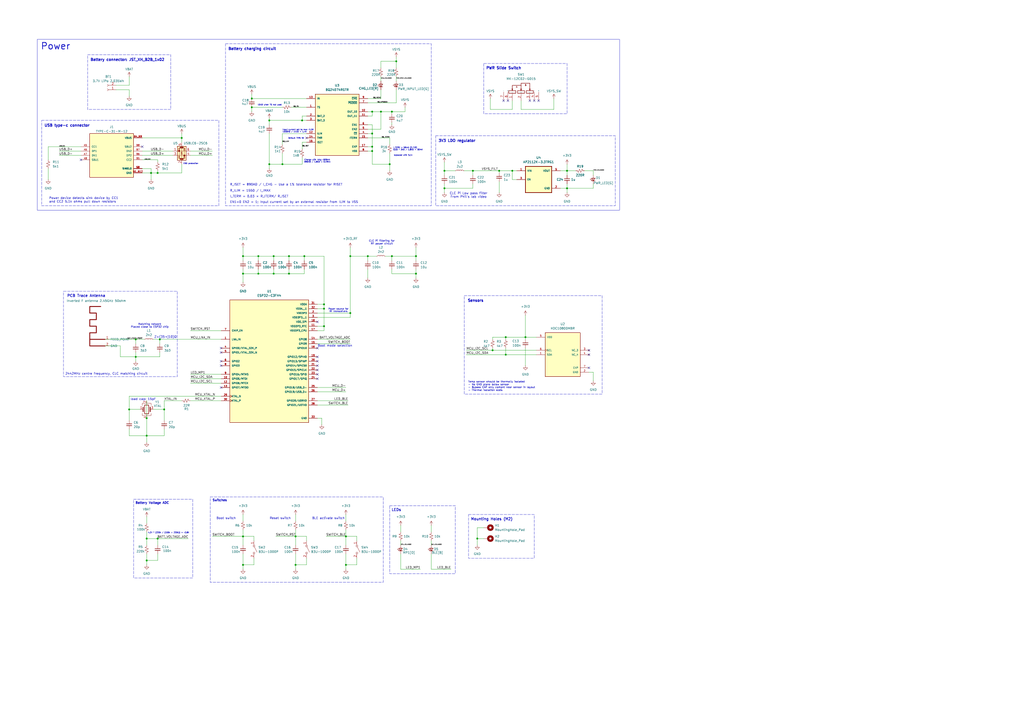
<source format=kicad_sch>
(kicad_sch (version 20250114) (generator "eeschema") (generator_version "9.0")
  (paper "A2")
  (lib_symbols
    (symbol "Connector:Conn_01x02_Socket" (pin_names (offset 1.016) (hide yes))
      (property "Reference" "J" (at 0 2.54 0))
      (property "Value" "Conn_01x02_Socket" (at 0 -5.08 0))
      (symbol "Conn_01x02_Socket_1_1"
        (pin passive line (at -5.08 0 0) (length 3.81) (name "Pin_1") (number "1"))
        (pin passive line (at -5.08 -2.54 0) (length 3.81) (name "Pin_2") (number "2"))
      )
    )
    (symbol "Device:C_Small" (pin_numbers (hide yes)) (pin_names (offset 0.254) (hide yes))
      (property "Reference" "C" (at 0.254 1.778 0))
      (property "Value" "C_Small" (at 0.254 -2.032 0))
      (symbol "C_Small_1_1"
        (pin passive line (at 0 2.54 270) (length 2.032) (name "~") (number "1"))
        (pin passive line (at 0 -2.54 90) (length 2.032) (name "~") (number "2"))
      )
    )
    (symbol "Device:Crystal_GND24" (pin_names (offset 1.016) (hide yes))
      (property "Reference" "Y" (at 3.175 5.08 0))
      (property "Value" "Crystal_GND24" (at 3.175 3.175 0))
      (symbol "Crystal_GND24_1_1"
        (pin passive line (at -3.81 0 0) (length 1.27) (name "1") (number "1"))
        (pin passive line (at 0 5.08 270) (length 1.27) (name "2") (number "2"))
        (pin passive line (at 0 -5.08 90) (length 1.27) (name "4") (number "4"))
        (pin passive line (at 3.81 0 180) (length 1.27) (name "3") (number "3"))
      )
    )
    (symbol "Device:LED_Small" (pin_numbers (hide yes)) (pin_names (offset 0.254) (hide yes))
      (property "Reference" "D" (at -1.27 3.175 0))
      (property "Value" "LED_Small" (at -4.445 -2.54 0))
      (symbol "LED_Small_1_1"
        (pin passive line (at -2.54 0 0) (length 1.778) (name "K") (number "1"))
        (pin passive line (at 2.54 0 180) (length 1.778) (name "A") (number "2"))
      )
    )
    (symbol "Device:L_Small" (pin_numbers (hide yes)) (pin_names (offset 0.254) (hide yes))
      (property "Reference" "L" (at 0.762 1.016 0))
      (property "Value" "L_Small" (at 0.762 -1.016 0))
      (symbol "L_Small_1_1"
        (pin passive line (at 0 2.54 270) (length 0.508) (name "~") (number "1"))
        (pin passive line (at 0 -2.54 90) (length 0.508) (name "~") (number "2"))
      )
    )
    (symbol "Device:R_Small_US" (pin_numbers (hide yes)) (pin_names (offset 0.254) (hide yes))
      (property "Reference" "R" (at 0.762 0.508 0))
      (property "Value" "R_Small_US" (at 0.762 -1.016 0))
      (symbol "R_Small_US_1_1"
        (pin passive line (at 0 2.54 270) (length 1.016) (name "~") (number "1"))
        (pin passive line (at 0 -2.54 90) (length 1.016) (name "~") (number "2"))
      )
    )
    (symbol "Mechanical:MountingHole_Pad" (pin_numbers (hide yes)) (pin_names (offset 1.016) (hide yes)) (in_bom no)
      (property "Reference" "H" (at 0 6.35 0))
      (property "Value" "MountingHole_Pad" (at 0 4.445 0))
      (symbol "MountingHole_Pad_1_1"
        (pin input line (at 0 -2.54 90) (length 2.54) (name "1") (number "1"))
      )
    )
    (symbol "Power_Protection:USBLC6-2SC6" (pin_names (hide yes))
      (property "Reference" "U" (at 0.635 5.715 0))
      (property "Value" "USBLC6-2SC6" (at 0.635 3.81 0))
      (symbol "USBLC6-2SC6_1_1"
        (pin passive line (at -5.08 0 0) (length 2.54) (name "I/O1") (number "1"))
        (pin passive line (at -5.08 -2.54 0) (length 2.54) (name "I/O2") (number "3"))
        (pin passive line (at 0 5.08 270) (length 2.54) (name "VBUS") (number "5"))
        (pin passive line (at 0 -7.62 90) (length 2.54) (name "GND") (number "2"))
        (pin passive line (at 5.08 0 180) (length 2.54) (name "I/O1") (number "6"))
        (pin passive line (at 5.08 -2.54 180) (length 2.54) (name "I/O2") (number "4"))
      )
    )
    (symbol "Switch:SW_SPST" (pin_names (offset 0) (hide yes))
      (property "Reference" "SW" (at 0 3.175 0))
      (property "Value" "SW_SPST" (at 0 -2.54 0))
      (symbol "SW_SPST_1_1"
        (pin passive line (at -5.08 0 0) (length 2.54) (name "A") (number "1"))
        (pin passive line (at 5.08 0 180) (length 2.54) (name "B") (number "2"))
      )
    )
    (symbol "TempSense:AP2112K-3.3TRG1" (pin_names (offset 1.016))
      (property "Reference" "U" (at -7.663 8.6476 0))
      (property "Value" "AP2112K-3.3TRG1" (at -7.6489 -11.6507 0))
      (symbol "AP2112K-3.3TRG1_0_0"
        (pin power_in line (at -12.7 5.08 0) (length 5.08) (name "VIN") (number "1"))
        (pin input line (at -12.7 0 0) (length 5.08) (name "EN") (number "3"))
        (pin power_in line (at 12.7 5.08 180) (length 5.08) (name "VOUT") (number "5"))
        (pin power_in line (at 12.7 -5.08 180) (length 5.08) (name "GND") (number "2"))
      )
    )
    (symbol "TempSense:BQ24074RGTR" (pin_names (offset 1.016))
      (property "Reference" "U" (at -12.7 18.78 0))
      (property "Value" "BQ24074RGTR" (at -12.7 -21.78 0))
      (property "Footprint" "TempSense:BQ24074RGTR" (at 0 0 0))
      (symbol "BQ24074RGTR_0_0"
        (pin input line (at -17.78 15.24 0) (length 5.08) (name "IN") (number "13"))
        (pin input line (at -17.78 10.16 0) (length 5.08) (name "TS") (number "1"))
        (pin bidirectional line (at -17.78 5.08 0) (length 5.08) (name "BAT_2") (number "2"))
        (pin bidirectional line (at -17.78 2.54 0) (length 5.08) (name "BAT_3") (number "3"))
        (pin input line (at -17.78 -5.08 0) (length 5.08) (name "ILIM") (number "12"))
        (pin input line (at -17.78 -7.62 0) (length 5.08) (name "TMR") (number "14"))
        (pin bidirectional line (at -17.78 -10.16 0) (length 5.08) (name "ISET") (number "16"))
        (pin output line (at 17.78 15.24 180) (length 5.08) (name "~{CHG}") (number "9"))
        (pin output line (at 17.78 12.7 180) (length 5.08) (name "~{PGOOD}") (number "7"))
        (pin output line (at 17.78 7.62 180) (length 5.08) (name "OUT_10") (number "10"))
        (pin output line (at 17.78 5.08 180) (length 5.08) (name "OUT_11") (number "11"))
        (pin input line (at 17.78 0 180) (length 5.08) (name "EN1") (number "6"))
        (pin input line (at 17.78 -2.54 180) (length 5.08) (name "EN2") (number "5"))
        (pin input line (at 17.78 -5.08 180) (length 5.08) (name "~{CE}") (number "4"))
        (pin input line (at 17.78 -7.62 180) (length 5.08) (name "ITERM") (number "15"))
        (pin power_in line (at 17.78 -12.7 180) (length 5.08) (name "EXP") (number "17"))
        (pin power_in line (at 17.78 -15.24 180) (length 5.08) (name "VSS") (number "8"))
      )
    )
    (symbol "TempSense:ESP32-C3FH4" (pin_names (offset 1.016))
      (property "Reference" "U" (at -22.86 33.782 0))
      (property "Value" "ESP32-C3FH4" (at -22.86 -40.64 0))
      (symbol "ESP32-C3FH4_0_0"
        (pin input line (at -27.94 15.24 0) (length 5.08) (name "CHIP_EN") (number "7"))
        (pin input line (at -27.94 10.16 0) (length 5.08) (name "LNA_IN") (number "1"))
        (pin bidirectional line (at -27.94 5.08 0) (length 5.08) (name "GPIO0/XTAL_32K_P") (number "4"))
        (pin bidirectional line (at -27.94 2.54 0) (length 5.08) (name "GPIO1/XTAL_32K_N") (number "5"))
        (pin bidirectional line (at -27.94 -2.54 0) (length 5.08) (name "GPIO2") (number "6"))
        (pin bidirectional line (at -27.94 -5.08 0) (length 5.08) (name "GPIO3") (number "8"))
        (pin bidirectional line (at -27.94 -10.16 0) (length 5.08) (name "GPIO4/MTMS") (number "9"))
        (pin bidirectional line (at -27.94 -12.7 0) (length 5.08) (name "GPIO5/MTDI") (number "10"))
        (pin bidirectional line (at -27.94 -15.24 0) (length 5.08) (name "GPIO6/MTCK") (number "12"))
        (pin bidirectional line (at -27.94 -17.78 0) (length 5.08) (name "GPIO7/MTDO") (number "13"))
        (pin input clock (at -27.94 -22.86 0) (length 5.08) (name "XTAL_N") (number "29"))
        (pin input clock (at -27.94 -25.4 0) (length 5.08) (name "XTAL_P") (number "30"))
        (pin power_in line (at 27.94 30.48 180) (length 5.08) (name "VDDA") (number "31"))
        (pin power_in line (at 27.94 27.94 180) (length 5.08) (name "VDDA__1") (number "32"))
        (pin power_in line (at 27.94 25.4 180) (length 5.08) (name "VDD3P3") (number "2"))
        (pin power_in line (at 27.94 22.86 180) (length 5.08) (name "VDD3P3__1") (number "3"))
        (pin power_in line (at 27.94 20.32 180) (length 5.08) (name "VDD_SPI") (number "18"))
        (pin power_in line (at 27.94 17.78 180) (length 5.08) (name "VDD3P3_RTC") (number "11"))
        (pin power_in line (at 27.94 15.24 180) (length 5.08) (name "VDD3P3_CPU") (number "17"))
        (pin bidirectional line (at 27.94 10.16 180) (length 5.08) (name "GPIO8") (number "14"))
        (pin bidirectional line (at 27.94 7.62 180) (length 5.08) (name "GPIO9") (number "15"))
        (pin bidirectional line (at 27.94 5.08 180) (length 5.08) (name "GPIO10") (number "16"))
        (pin bidirectional line (at 27.94 0 180) (length 5.08) (name "GPIO12/SPIHD") (number "19"))
        (pin bidirectional line (at 27.94 -2.54 180) (length 5.08) (name "GPIO13/SPIWP") (number "20"))
        (pin bidirectional line (at 27.94 -5.08 180) (length 5.08) (name "GPIO14/SPICS0") (number "21"))
        (pin bidirectional line (at 27.94 -7.62 180) (length 5.08) (name "GPIO15/SPICLK") (number "22"))
        (pin bidirectional line (at 27.94 -10.16 180) (length 5.08) (name "GPIO16/SPID") (number "23"))
        (pin bidirectional line (at 27.94 -12.7 180) (length 5.08) (name "GPIO17/SPIQ") (number "24"))
        (pin bidirectional line (at 27.94 -17.78 180) (length 5.08) (name "GPIO18/USB_D-") (number "25"))
        (pin bidirectional line (at 27.94 -20.32 180) (length 5.08) (name "GPIO19/USB_D+") (number "26"))
        (pin bidirectional line (at 27.94 -25.4 180) (length 5.08) (name "GPIO20/U0RXD") (number "27"))
        (pin bidirectional line (at 27.94 -27.94 180) (length 5.08) (name "GPIO21/U0TXD") (number "28"))
        (pin power_in line (at 27.94 -35.56 180) (length 5.08) (name "GND") (number "33"))
      )
    )
    (symbol "TempSense:HDC1080DMBR" (pin_names (offset 1.016))
      (property "Reference" "U" (at -10.16 13.97 0))
      (property "Value" "HDC1080DMBR" (at -10.16 -15.24 0))
      (symbol "HDC1080DMBR_0_0"
        (pin power_in line (at -15.24 10.16 0) (length 5.08) (name "VDD") (number "5"))
        (pin input clock (at -15.24 2.54 0) (length 5.08) (name "SCL") (number "6"))
        (pin bidirectional line (at -15.24 0 0) (length 5.08) (name "SDA") (number "1"))
        (pin no_connect line (at 15.24 2.54 180) (length 5.08) (name "NC_3") (number "3"))
        (pin no_connect line (at 15.24 0 180) (length 5.08) (name "NC_4") (number "4"))
        (pin passive line (at 15.24 -7.62 180) (length 5.08) (name "EXP") (number "7"))
        (pin power_in line (at 15.24 -10.16 180) (length 5.08) (name "GND") (number "2"))
      )
    )
    (symbol "TempSense:Invverted_F_Antenna_2.4GHz_50ohm"
      (property "Value" "Inverted F antenna 2.45GHz 50ohm" (at 0 0 0))
      (symbol "Invverted_F_Antenna_2.4GHz_50ohm_1_1"
        (pin input line (at -5.08 0 270) (length 2.54) (name "GND") (number "2"))
        (pin input line (at -1.27 0 270) (length 2.54) (name "FEED_POINT") (number "1"))
      )
    )
    (symbol "TempSense:MK-12C02-G015"
      (property "Reference" "SW?" (at 0 0 0))
      (property "Value" "MK-12C02-G015" (at 0 0 0))
      (symbol "MK-12C02-G015_0_0"
        (text "A" (at -3.048 6.0452 0) (effects (font (size 0.9652 0.9652)) (justify left top)))
        (text "B" (at 2.032 7.0612 0) (effects (font (size 0.9652 0.9652)) (justify left top)))
        (pin unspecified line (at -10.16 -2.54 90) (length 5.08) (name "7") (number "7"))
        (pin unspecified line (at -7.62 -2.54 90) (length 5.08) (name "6") (number "6"))
        (pin unspecified line (at -5.08 -2.54 90) (length 4.318) (name "1") (number "1"))
        (pin unspecified line (at 0 -2.54 90) (length 4.318) (name "2") (number "2"))
        (pin unspecified line (at 5.08 -2.54 90) (length 4.318) (name "3") (number "3"))
        (pin unspecified line (at 7.62 -2.54 90) (length 5.08) (name "4") (number "4"))
        (pin unspecified line (at 10.16 -2.54 90) (length 5.08) (name "5") (number "5"))
      )
    )
    (symbol "TempSense:TYPE-C-31-M-12" (pin_names (offset 1.016))
      (property "Reference" "J" (at -12.7 13.462 0))
      (property "Value" "TYPE-C-31-M-12" (at -12.7 -13.462 0))
      (symbol "TYPE-C-31-M-12_0_0"
        (pin bidirectional line (at -17.78 5.08 0) (length 5.08) (name "CC1") (number "A5"))
        (pin bidirectional line (at -17.78 2.54 0) (length 5.08) (name "DP1") (number "A6"))
        (pin bidirectional line (at -17.78 0 0) (length 5.08) (name "DN1") (number "A7"))
        (pin bidirectional line (at -17.78 -2.54 0) (length 5.08) (name "SBU1") (number "A8"))
        (pin power_in line (at 17.78 10.16 180) (length 5.08) (name "VBUS") (number "A4_B9"))
        (pin power_in line (at 17.78 10.16 180) (length 5.08) (name "VBUS") (number "B4_A9"))
        (pin bidirectional line (at 17.78 5.08 180) (length 5.08) (name "SBU2") (number "B8"))
        (pin bidirectional line (at 17.78 2.54 180) (length 5.08) (name "DN2") (number "B7"))
        (pin bidirectional line (at 17.78 0 180) (length 5.08) (name "DP2") (number "B6"))
        (pin bidirectional line (at 17.78 -2.54 180) (length 5.08) (name "CC2") (number "B5"))
        (pin passive line (at 17.78 -7.62 180) (length 5.08) (name "SHIELD") (number "S1"))
        (pin passive line (at 17.78 -7.62 180) (length 5.08) (name "SHIELD") (number "S2"))
        (pin passive line (at 17.78 -7.62 180) (length 5.08) (name "SHIELD") (number "S3"))
        (pin passive line (at 17.78 -7.62 180) (length 5.08) (name "SHIELD") (number "S4"))
        (pin power_in line (at 17.78 -10.16 180) (length 5.08) (name "GND") (number "A1_B12"))
        (pin power_in line (at 17.78 -10.16 180) (length 5.08) (name "GND") (number "B1_A12"))
      )
    )
    (symbol "power:+3V3" (power) (pin_numbers (hide yes)) (pin_names (offset 0) (hide yes))
      (property "Value" "+3V3" (at 0 3.556 0))
      (symbol "+3V3_1_1"
        (pin power_in line (at 0 0 90) (length 0) (name "~") (number "1"))
      )
    )
    (symbol "power:GND" (power) (pin_numbers (hide yes)) (pin_names (offset 0) (hide yes))
      (property "Value" "GND" (at 0 -3.81 0))
      (symbol "GND_1_1"
        (pin power_in line (at 0 0 270) (length 0) (name "~") (number "1"))
      )
    )
    (symbol "power:VBUS" (power) (pin_numbers (hide yes)) (pin_names (offset 0) (hide yes))
      (property "Value" "VBUS" (at 0 3.556 0))
      (symbol "VBUS_1_1"
        (pin power_in line (at 0 0 90) (length 0) (name "~") (number "1"))
      )
    )
  )
  (rectangle (start 121.92 288.29) (end 222.25 337.82) (stroke (width 0) (type dash)))
  (rectangle (start 252.73 78.74) (end 356.87 119.38) (stroke (width 0) (type dash)))
  (rectangle (start 130.81 25.4) (end 250.19 119.38) (stroke (width 0) (type dash)))
  (rectangle (start 77.47 289.56) (end 111.76 335.28) (stroke (width 0) (type dash)))
  (rectangle (start 280.67 36.83) (end 328.93 66.04) (stroke (width 0) (type dash)))
  (rectangle (start 226.06 293.37) (end 264.16 332.74) (stroke (width 0) (type dash)))
  (rectangle (start 269.24 171.45) (end 349.25 228.6) (stroke (width 0) (type dash)))
  (rectangle (start 24.13 69.85) (end 127 119.38) (stroke (width 0) (type dash)))
  (rectangle (start 36.83 168.91) (end 102.87 218.44) (stroke (width 0) (type dash)))
  (rectangle (start 21.59 22.86) (end 359.41 121.92))
  (rectangle (start 50.8 31.75) (end 99.06 63.5) (stroke (width 0) (type dash)))
  (rectangle (start 271.78 298.45) (end 309.88 323.85) (stroke (width 0) (type dash)))
  (text "load cap: 15pF" (at 83.058 231.648 0) (effects (font (size 1.27 1.27))))
  (text "Charge with Ichg ~500mA\n890AΩ / 1.8kΩ = 0.494A\n" (at 176.53 93.472 0) (effects (font (size 0.762 0.762)) (justify left)))
  (text "PWR Slide Switch" (at 281.94 39.624 0) (effects (font (size 1.524 1.524) (thickness 0.3048) (bold yes)) (justify left)))
  (text "Battery charging circuit" (at 132.334 28.448 0) (effects (font (size 1.524 1.524) (thickness 0.3048) (bold yes)) (justify left)))
  (text "Z=(35+j10)Ω" (at 96.012 195.58 0) (effects (font (size 1.27 1.27))))
  (text "R_ILIM = 1550 / I_IMAX" (at 133.35 110.744 0) (effects (font (size 1.27 1.27)) (justify left)))
  (text "Mounting Holes (M2)" (at 273.05 301.244 0) (effects (font (size 1.524 1.524) (thickness 0.254) (bold yes)) (justify left)))
  (text "Power device detects sink device by CC1\nand CC2 5.1k ohms pull down resistors" (at 28.448 116.078 0) (effects (font (size 1.27 1.27)) (justify left)))
  (text "I_TERM = 50mA (C/10)\n0.03 * 3kΩ / 1.8kΩ = 50mA\n" (at 228.092 86.36 0) (effects (font (size 0.762 0.762)) (justify left)))
  (text "Battery Voltage ADC" (at 78.486 291.846 0) (effects (font (size 1.27 1.27) (thickness 0.254) (bold yes)) (justify left)))
  (text "Boot mode selection" (at 194.31 200.66 0) (effects (font (size 1.27 1.27))))
  (text "Reset switch" (at 162.56 300.736 0) (effects (font (size 1.27 1.27))))
  (text "Power source for\nRF transceivers\n" (at 196.342 180.086 0) (effects (font (size 0.889 0.889))))
  (text "EN1=0 EN2 = 1; Input current set by an external resistor from ILIM to VSS" (at 133.35 117.348 0) (effects (font (size 1.27 1.27)) (justify left)))
  (text "Input current set to max ~1.5A\n1550AΩ / 1k1Ω = 1.4A\n" (at 163.83 75.946 0) (effects (font (size 0.762 0.762)) (justify left)))
  (text "Sensors" (at 271.272 174.498 0) (effects (font (size 1.524 1.524) (thickness 0.3048) (bold yes)) (justify left)))
  (text "BLE activate switch" (at 190.5 300.736 0) (effects (font (size 1.27 1.27))))
  (text "CLC Pi filtering for\nRF power circuit" (at 221.488 140.716 0) (effects (font (size 1.016 1.016))))
  (text "Matching network\nPlaced close to ESP32 chip" (at 86.868 188.976 0) (effects (font (size 1.016 1.016))))
  (text "I_TERM = 0.03 × R_ITERM/ R_ISET" (at 133.35 114.046 0) (effects (font (size 1.27 1.27)) (justify left)))
  (text "R_ISET = 890AΩ / I_CHG" (at 133.35 107.188 0) (effects (font (size 1.27 1.27)) (justify left)))
  (text "Boot switch" (at 125.476 300.736 0) (effects (font (size 1.27 1.27)) (justify left)))
  (text "LEDs" (at 227.076 295.91 0) (effects (font (size 1.524 1.524) (thickness 0.254) (bold yes)) (justify left)))
  (text "ESD protection" (at 110.744 94.996 0) (effects (font (size 0.762 0.762))))
  (text "CLC Pi Low pass filter\nFrom Phil's lab video" (at 271.78 113.284 0) (effects (font (size 1.27 1.27))))
  (text "Switches" (at 123.19 290.322 0) (effects (font (size 1.27 1.27) (thickness 0.254) (bold yes)) (justify left)))
  (text "USB type-c connector" (at 25.654 72.898 0) (effects (font (size 1.524 1.524) (thickness 0.3048) (bold yes)) (justify left)))
  (text "replaced with 5.1k\n" (at 228.346 90.17 0) (effects (font (size 0.762 0.762)) (justify left)))
  (text "PCB Trace Antenna" (at 50.038 171.704 0) (effects (font (size 1.524 1.524) (thickness 0.254) (bold yes))))
  (text "Battery connector: JST_XH_B2B_1x02" (at 73.914 34.798 0) (effects (font (size 1.524 1.524) (thickness 0.3048) (bold yes))))
  (text "4.2V * (220k / (100k + 220k)) = ~2.8V" (at 97.79 309.118 0) (effects (font (size 0.762 0.762))))
  (text "Power" (at 32.258 26.924 0) (effects (font (size 3.81 3.81) (thickness 0.4064) (bold yes))))
  (text "- Use a 1% tolerance resistor for RISET" (at 178.816 107.188 0) (effects (font (size 1.27 1.27))))
  (text "Default TMR: 5h" (at 167.132 80.264 0) (effects (font (size 0.762 0.762)) (justify left)))
  (text "10kΩ when TS not used" (at 156.464 60.96 0) (effects (font (size 0.762 0.762))))
  (text "Temp sensor should be thermally isolated\n- No GND plane below sensor\n- Bypass CAP only compnt near sensor in layout\n- Thermal isolation slots" (at 271.526 224.028 0) (effects (font (size 1.016 1.016)) (justify left)))
  (text "2442MHz centre frequency, CLC matching circuit" (at 61.722 216.916 0) (effects (font (size 1.27 1.27))))
  (text "3V3 LDO regulator" (at 254.254 81.788 0) (effects (font (size 1.524 1.524) (thickness 0.3048) (bold yes)) (justify left)))
  (junction (at 276.86 312.42))
  (junction (at 215.9 77.47))
  (junction (at 78.74 196.85))
  (junction (at 187.96 179.07))
  (junction (at 163.83 95.25))
  (junction (at 200.66 311.15))
  (junction (at 95.25 237.49))
  (junction (at 257.81 109.22))
  (junction (at 203.2 181.61))
  (junction (at 146.05 62.23))
  (junction (at 328.93 99.06))
  (junction (at 257.81 99.06))
  (junction (at 140.97 327.66))
  (junction (at 175.26 69.85))
  (junction (at 176.53 148.59))
  (junction (at 140.97 158.75))
  (junction (at 149.86 148.59))
  (junction (at 105.41 80.01))
  (junction (at 293.37 195.58))
  (junction (at 149.86 158.75))
  (junction (at 74.93 237.49))
  (junction (at 158.75 158.75))
  (junction (at 158.75 148.59))
  (junction (at 156.21 69.85))
  (junction (at 285.75 203.2))
  (junction (at 241.3 148.59))
  (junction (at 328.93 109.22))
  (junction (at 171.45 327.66))
  (junction (at 220.98 64.77))
  (junction (at 227.33 148.59))
  (junction (at 91.44 312.42))
  (junction (at 156.21 95.25))
  (junction (at 85.09 325.12))
  (junction (at 140.97 148.59))
  (junction (at 241.3 158.75))
  (junction (at 85.09 252.73))
  (junction (at 293.37 205.74))
  (junction (at 289.56 99.06))
  (junction (at 91.44 100.33))
  (junction (at 215.9 64.77))
  (junction (at 140.97 311.15))
  (junction (at 187.96 189.23))
  (junction (at 213.36 148.59))
  (junction (at 200.66 327.66))
  (junction (at 146.05 57.15))
  (junction (at 274.32 99.06))
  (junction (at 226.06 95.25))
  (junction (at 227.33 64.77))
  (junction (at 203.2 148.59))
  (junction (at 78.74 207.01))
  (junction (at 92.71 196.85))
  (junction (at 85.09 242.57))
  (junction (at 215.9 87.63))
  (junction (at 297.18 99.06))
  (junction (at 85.09 312.42))
  (junction (at 171.45 311.15))
  (junction (at 304.8 195.58))
  (junction (at 167.64 158.75))
  (junction (at 167.64 148.59))
  (junction (at 187.96 176.53))
  (junction (at 87.63 100.33))
  (junction (at 215.9 85.09))
  (junction (at 229.87 35.56))
  (no_connect (at 307.34 58.42))
  (no_connect (at 128.27 201.93))
  (no_connect (at 184.15 201.93))
  (no_connect (at 46.99 92.71))
  (no_connect (at 128.27 204.47))
  (no_connect (at 128.27 209.55))
  (no_connect (at 312.42 58.42))
  (no_connect (at 341.63 203.2))
  (no_connect (at 184.15 212.09))
  (no_connect (at 184.15 209.55))
  (no_connect (at 184.15 186.69))
  (no_connect (at 177.8 80.01))
  (no_connect (at 292.1 58.42))
  (no_connect (at 294.64 58.42))
  (no_connect (at 184.15 214.63))
  (no_connect (at 341.63 213.36))
  (no_connect (at 184.15 219.71))
  (no_connect (at 128.27 224.79))
  (no_connect (at 184.15 207.01))
  (no_connect (at 82.55 85.09))
  (no_connect (at 309.88 58.42))
  (no_connect (at 341.63 205.74))
  (no_connect (at 184.15 217.17))
  (no_connect (at 128.27 212.09))
  (wire (pts (xy 285.75 201.93) (xy 285.75 203.2)))
  (wire (pts (xy 213.36 72.39) (xy 215.9 72.39)))
  (wire (pts (xy 187.96 189.23) (xy 187.96 191.77)))
  (wire (pts (xy 140.97 327.66) (xy 140.97 330.2)))
  (wire (pts (xy 85.09 232.41) (xy 85.09 242.57)))
  (wire (pts (xy 69.85 200.66) (xy 69.85 207.01)))
  (wire (pts (xy 34.29 90.17) (xy 46.99 90.17)))
  (wire (pts (xy 293.37 195.58) (xy 304.8 195.58)))
  (wire (pts (xy 250.19 304.8) (xy 250.19 308.61)))
  (wire (pts (xy 227.33 158.75) (xy 241.3 158.75)))
  (wire (pts (xy 69.85 200.66) (xy 60.96 200.66)))
  (wire (pts (xy 74.93 49.53) (xy 74.93 44.45)))
  (wire (pts (xy 85.09 252.73) (xy 85.09 256.54)))
  (wire (pts (xy 184.15 242.57) (xy 186.69 242.57)))
  (wire (pts (xy 339.09 99.06) (xy 344.17 99.06)))
  (wire (pts (xy 207.01 311.15) (xy 207.01 313.69)))
  (wire (pts (xy 215.9 87.63) (xy 215.9 95.25)))
  (wire (pts (xy 171.45 327.66) (xy 171.45 330.2)))
  (wire (pts (xy 213.36 67.31) (xy 215.9 67.31)))
  (wire (pts (xy 105.41 77.47) (xy 105.41 80.01)))
  (wire (pts (xy 110.49 90.17) (xy 123.19 90.17)))
  (wire (pts (xy 110.49 87.63) (xy 123.19 87.63)))
  (wire (pts (xy 200.66 311.15) (xy 200.66 316.23)))
  (wire (pts (xy 250.19 313.69) (xy 250.19 316.23)))
  (wire (pts (xy 140.97 156.21) (xy 140.97 158.75)))
  (wire (pts (xy 140.97 143.51) (xy 140.97 148.59)))
  (wire (pts (xy 67.31 52.07) (xy 74.93 52.07)))
  (wire (pts (xy 250.19 321.31) (xy 250.19 330.2)))
  (wire (pts (xy 220.98 57.15) (xy 213.36 57.15)))
  (wire (pts (xy 215.9 72.39) (xy 215.9 77.47)))
  (wire (pts (xy 304.8 201.93) (xy 304.8 212.09)))
  (wire (pts (xy 187.96 191.77) (xy 184.15 191.77)))
  (wire (pts (xy 187.96 176.53) (xy 187.96 179.07)))
  (wire (pts (xy 227.33 148.59) (xy 227.33 151.13)))
  (wire (pts (xy 229.87 44.45) (xy 229.87 46.99)))
  (wire (pts (xy 241.3 158.75) (xy 241.3 161.29)))
  (wire (pts (xy 156.21 69.85) (xy 175.26 69.85)))
  (wire (pts (xy 91.44 312.42) (xy 109.22 312.42)))
  (wire (pts (xy 207.01 323.85) (xy 207.01 327.66)))
  (wire (pts (xy 156.21 77.47) (xy 156.21 95.25)))
  (wire (pts (xy 203.2 184.15) (xy 203.2 181.61)))
  (wire (pts (xy 257.81 106.68) (xy 257.81 109.22)))
  (wire (pts (xy 299.72 104.14) (xy 297.18 104.14)))
  (wire (pts (xy 158.75 148.59) (xy 158.75 151.13)))
  (wire (pts (xy 167.64 148.59) (xy 167.64 151.13)))
  (wire (pts (xy 274.32 99.06) (xy 274.32 101.6)))
  (wire (pts (xy 95.25 232.41) (xy 105.41 232.41)))
  (wire (pts (xy 74.93 52.07) (xy 74.93 55.88)))
  (wire (pts (xy 227.33 64.77) (xy 227.33 66.04)))
  (wire (pts (xy 92.71 204.47) (xy 92.71 207.01)))
  (wire (pts (xy 264.16 99.06) (xy 257.81 99.06)))
  (wire (pts (xy 177.8 82.55) (xy 175.26 82.55)))
  (wire (pts (xy 184.15 189.23) (xy 187.96 189.23)))
  (wire (pts (xy 78.74 207.01) (xy 92.71 207.01)))
  (wire (pts (xy 215.9 77.47) (xy 215.9 85.09)))
  (wire (pts (xy 82.55 92.71) (xy 91.44 92.71)))
  (wire (pts (xy 140.97 148.59) (xy 140.97 151.13)))
  (wire (pts (xy 213.36 148.59) (xy 218.44 148.59)))
  (wire (pts (xy 213.36 59.69) (xy 229.87 59.69)))
  (wire (pts (xy 91.44 312.42) (xy 91.44 316.23)))
  (wire (pts (xy 87.63 100.33) (xy 91.44 100.33)))
  (wire (pts (xy 82.55 90.17) (xy 100.33 90.17)))
  (wire (pts (xy 304.8 196.85) (xy 304.8 195.58)))
  (wire (pts (xy 85.09 252.73) (xy 95.25 252.73)))
  (wire (pts (xy 87.63 97.79) (xy 87.63 100.33)))
  (wire (pts (xy 328.93 99.06) (xy 328.93 101.6)))
  (wire (pts (xy 325.12 109.22) (xy 328.93 109.22)))
  (wire (pts (xy 276.86 312.42) (xy 280.67 312.42)))
  (wire (pts (xy 163.83 88.9) (xy 163.83 95.25)))
  (wire (pts (xy 234.95 64.77) (xy 234.95 62.23)))
  (wire (pts (xy 270.51 205.74) (xy 293.37 205.74)))
  (wire (pts (xy 201.93 232.41) (xy 184.15 232.41)))
  (wire (pts (xy 213.36 156.21) (xy 213.36 161.29)))
  (wire (pts (xy 215.9 87.63) (xy 213.36 87.63)))
  (wire (pts (xy 232.41 321.31) (xy 232.41 330.2)))
  (wire (pts (xy 289.56 99.06) (xy 297.18 99.06)))
  (wire (pts (xy 85.09 312.42) (xy 91.44 312.42)))
  (wire (pts (xy 304.8 182.88) (xy 304.8 195.58)))
  (wire (pts (xy 215.9 85.09) (xy 215.9 87.63)))
  (wire (pts (xy 149.86 156.21) (xy 149.86 158.75)))
  (wire (pts (xy 213.36 74.93) (xy 220.98 74.93)))
  (wire (pts (xy 220.98 35.56) (xy 229.87 35.56)))
  (wire (pts (xy 186.69 242.57) (xy 186.69 246.38)))
  (wire (pts (xy 241.3 158.75) (xy 241.3 156.21)))
  (wire (pts (xy 274.32 109.22) (xy 257.81 109.22)))
  (wire (pts (xy 85.09 325.12) (xy 85.09 327.66)))
  (wire (pts (xy 74.93 237.49) (xy 74.93 243.84)))
  (wire (pts (xy 203.2 148.59) (xy 213.36 148.59)))
  (wire (pts (xy 321.31 57.15) (xy 321.31 63.5)))
  (wire (pts (xy 110.49 217.17) (xy 128.27 217.17)))
  (wire (pts (xy 177.8 311.15) (xy 177.8 313.69)))
  (wire (pts (xy 344.17 109.22) (xy 328.93 109.22)))
  (wire (pts (xy 176.53 158.75) (xy 176.53 156.21)))
  (wire (pts (xy 105.41 100.33) (xy 105.41 95.25)))
  (wire (pts (xy 220.98 39.37) (xy 220.98 35.56)))
  (wire (pts (xy 226.06 95.25) (xy 226.06 99.06)))
  (wire (pts (xy 215.9 95.25) (xy 226.06 95.25)))
  (wire (pts (xy 87.63 100.33) (xy 87.63 104.14)))
  (wire (pts (xy 227.33 156.21) (xy 227.33 158.75)))
  (wire (pts (xy 203.2 148.59) (xy 203.2 181.61)))
  (wire (pts (xy 203.2 181.61) (xy 184.15 181.61)))
  (wire (pts (xy 232.41 330.2) (xy 243.84 330.2)))
  (wire (pts (xy 297.18 99.06) (xy 299.72 99.06)))
  (wire (pts (xy 250.19 330.2) (xy 261.62 330.2)))
  (wire (pts (xy 175.26 91.44) (xy 175.26 95.25)))
  (wire (pts (xy 74.93 237.49) (xy 81.28 237.49)))
  (wire (pts (xy 293.37 196.85) (xy 293.37 195.58)))
  (wire (pts (xy 167.64 148.59) (xy 158.75 148.59)))
  (wire (pts (xy 167.64 156.21) (xy 167.64 158.75)))
  (wire (pts (xy 276.86 312.42) (xy 276.86 306.07)))
  (wire (pts (xy 344.17 99.06) (xy 344.17 101.6)))
  (wire (pts (xy 184.15 184.15) (xy 203.2 184.15)))
  (wire (pts (xy 85.09 312.42) (xy 85.09 316.23)))
  (wire (pts (xy 297.18 63.5) (xy 297.18 58.42)))
  (wire (pts (xy 27.94 97.79) (xy 27.94 104.14)))
  (wire (pts (xy 171.45 311.15) (xy 177.8 311.15)))
  (wire (pts (xy 167.64 158.75) (xy 176.53 158.75)))
  (wire (pts (xy 74.93 229.87) (xy 74.93 237.49)))
  (wire (pts (xy 176.53 148.59) (xy 176.53 151.13)))
  (wire (pts (xy 147.32 311.15) (xy 147.32 313.69)))
  (wire (pts (xy 171.45 327.66) (xy 171.45 321.31)))
  (wire (pts (xy 270.51 203.2) (xy 285.75 203.2)))
  (wire (pts (xy 78.74 196.85) (xy 78.74 199.39)))
  (wire (pts (xy 200.66 327.66) (xy 200.66 321.31)))
  (wire (pts (xy 92.71 196.85) (xy 92.71 199.39)))
  (wire (pts (xy 149.86 158.75) (xy 158.75 158.75)))
  (wire (pts (xy 177.8 327.66) (xy 171.45 327.66)))
  (wire (pts (xy 328.93 95.25) (xy 328.93 99.06)))
  (wire (pts (xy 223.52 148.59) (xy 227.33 148.59)))
  (wire (pts (xy 149.86 148.59) (xy 149.86 151.13)))
  (wire (pts (xy 189.23 311.15) (xy 200.66 311.15)))
  (wire (pts (xy 95.25 237.49) (xy 95.25 243.84)))
  (wire (pts (xy 184.15 224.79) (xy 200.66 224.79)))
  (wire (pts (xy 163.83 77.47) (xy 163.83 83.82)))
  (wire (pts (xy 78.74 207.01) (xy 78.74 209.55)))
  (wire (pts (xy 176.53 148.59) (xy 167.64 148.59)))
  (wire (pts (xy 110.49 232.41) (xy 128.27 232.41)))
  (wire (pts (xy 304.8 195.58) (xy 311.15 195.58)))
  (wire (pts (xy 289.56 105.41) (xy 289.56 111.76)))
  (wire (pts (xy 95.25 248.92) (xy 95.25 252.73)))
  (wire (pts (xy 123.19 311.15) (xy 140.97 311.15)))
  (wire (pts (xy 229.87 35.56) (xy 229.87 39.37)))
  (wire (pts (xy 213.36 80.01) (xy 226.06 80.01)))
  (wire (pts (xy 95.25 232.41) (xy 95.25 237.49)))
  (wire (pts (xy 285.75 203.2) (xy 311.15 203.2)))
  (wire (pts (xy 147.32 323.85) (xy 147.32 327.66)))
  (wire (pts (xy 88.9 196.85) (xy 92.71 196.85)))
  (wire (pts (xy 91.44 99.06) (xy 91.44 100.33)))
  (wire (pts (xy 203.2 196.85) (xy 184.15 196.85)))
  (wire (pts (xy 91.44 100.33) (xy 105.41 100.33)))
  (wire (pts (xy 187.96 179.07) (xy 184.15 179.07)))
  (wire (pts (xy 140.97 307.34) (xy 140.97 311.15)))
  (wire (pts (xy 187.96 148.59) (xy 187.96 176.53)))
  (wire (pts (xy 149.86 148.59) (xy 140.97 148.59)))
  (wire (pts (xy 177.8 323.85) (xy 177.8 327.66)))
  (wire (pts (xy 187.96 179.07) (xy 187.96 189.23)))
  (wire (pts (xy 227.33 148.59) (xy 241.3 148.59)))
  (wire (pts (xy 274.32 99.06) (xy 289.56 99.06)))
  (wire (pts (xy 274.32 106.68) (xy 274.32 109.22)))
  (wire (pts (xy 74.93 229.87) (xy 128.27 229.87)))
  (wire (pts (xy 140.97 158.75) (xy 149.86 158.75)))
  (wire (pts (xy 220.98 74.93) (xy 220.98 64.77)))
  (wire (pts (xy 156.21 95.25) (xy 156.21 97.79)))
  (wire (pts (xy 177.8 77.47) (xy 163.83 77.47)))
  (wire (pts (xy 200.66 311.15) (xy 207.01 311.15)))
  (wire (pts (xy 34.29 87.63) (xy 46.99 87.63)))
  (wire (pts (xy 226.06 80.01) (xy 226.06 83.82)))
  (wire (pts (xy 344.17 215.9) (xy 344.17 220.98)))
  (wire (pts (xy 158.75 148.59) (xy 149.86 148.59)))
  (wire (pts (xy 276.86 316.23) (xy 276.86 312.42)))
  (wire (pts (xy 85.09 242.57) (xy 85.09 252.73)))
  (wire (pts (xy 232.41 313.69) (xy 232.41 316.23)))
  (wire (pts (xy 226.06 88.9) (xy 226.06 95.25)))
  (wire (pts (xy 213.36 85.09) (xy 215.9 85.09)))
  (wire (pts (xy 156.21 69.85) (xy 156.21 72.39)))
  (wire (pts (xy 285.75 195.58) (xy 293.37 195.58)))
  (wire (pts (xy 276.86 306.07) (xy 280.67 306.07)))
  (wire (pts (xy 297.18 104.14) (xy 297.18 99.06)))
  (wire (pts (xy 328.93 106.68) (xy 328.93 109.22)))
  (wire (pts (xy 140.97 311.15) (xy 140.97 316.23)))
  (wire (pts (xy 163.83 95.25) (xy 175.26 95.25)))
  (wire (pts (xy 257.81 109.22) (xy 257.81 111.76)))
  (wire (pts (xy 146.05 62.23) (xy 146.05 64.77)))
  (wire (pts (xy 140.97 158.75) (xy 140.97 163.83)))
  (wire (pts (xy 46.99 85.09) (xy 27.94 85.09)))
  (wire (pts (xy 168.91 62.23) (xy 177.8 62.23)))
  (wire (pts (xy 220.98 64.77) (xy 227.33 64.77)))
  (wire (pts (xy 85.09 325.12) (xy 91.44 325.12)))
  (wire (pts (xy 328.93 109.22) (xy 328.93 111.76)))
  (wire (pts (xy 78.74 196.85) (xy 83.82 196.85)))
  (wire (pts (xy 200.66 298.45) (xy 200.66 302.26)))
  (wire (pts (xy 293.37 205.74) (xy 311.15 205.74)))
  (wire (pts (xy 215.9 64.77) (xy 213.36 64.77)))
  (wire (pts (xy 146.05 62.23) (xy 163.83 62.23)))
  (wire (pts (xy 158.75 156.21) (xy 158.75 158.75)))
  (wire (pts (xy 82.55 80.01) (xy 105.41 80.01)))
  (wire (pts (xy 177.8 69.85) (xy 175.26 69.85)))
  (wire (pts (xy 110.49 191.77) (xy 128.27 191.77)))
  (wire (pts (xy 201.93 234.95) (xy 184.15 234.95)))
  (wire (pts (xy 177.8 67.31) (xy 175.26 67.31)))
  (wire (pts (xy 341.63 215.9) (xy 344.17 215.9)))
  (wire (pts (xy 215.9 77.47) (xy 213.36 77.47)))
  (wire (pts (xy 158.75 158.75) (xy 167.64 158.75)))
  (wire (pts (xy 91.44 92.71) (xy 91.44 93.98)))
  (wire (pts (xy 302.26 58.42) (xy 302.26 63.5)))
  (wire (pts (xy 215.9 64.77) (xy 220.98 64.77)))
  (wire (pts (xy 207.01 327.66) (xy 200.66 327.66)))
  (wire (pts (xy 171.45 307.34) (xy 171.45 311.15)))
  (wire (pts (xy 227.33 64.77) (xy 234.95 64.77)))
  (wire (pts (xy 184.15 176.53) (xy 187.96 176.53)))
  (wire (pts (xy 92.71 196.85) (xy 128.27 196.85)))
  (wire (pts (xy 85.09 299.72) (xy 85.09 303.53)))
  (wire (pts (xy 78.74 204.47) (xy 78.74 207.01)))
  (wire (pts (xy 82.55 87.63) (xy 100.33 87.63)))
  (wire (pts (xy 140.97 327.66) (xy 140.97 321.31)))
  (wire (pts (xy 175.26 67.31) (xy 175.26 69.85)))
  (wire (pts (xy 27.94 85.09) (xy 27.94 92.71)))
  (wire (pts (xy 91.44 321.31) (xy 91.44 325.12)))
  (wire (pts (xy 160.02 311.15) (xy 171.45 311.15)))
  (wire (pts (xy 200.66 307.34) (xy 200.66 311.15)))
  (wire (pts (xy 184.15 227.33) (xy 200.66 227.33)))
  (wire (pts (xy 146.05 57.15) (xy 177.8 57.15)))
  (wire (pts (xy 289.56 99.06) (xy 289.56 100.33)))
  (wire (pts (xy 184.15 199.39) (xy 203.2 199.39)))
  (wire (pts (xy 85.09 308.61) (xy 85.09 312.42)))
  (wire (pts (xy 302.26 63.5) (xy 321.31 63.5)))
  (wire (pts (xy 284.48 57.15) (xy 284.48 63.5)))
  (wire (pts (xy 293.37 201.93) (xy 293.37 205.74)))
  (wire (pts (xy 82.55 100.33) (xy 87.63 100.33)))
  (wire (pts (xy 215.9 64.77) (xy 215.9 67.31)))
  (wire (pts (xy 257.81 99.06) (xy 257.81 101.6)))
  (wire (pts (xy 60.96 196.85) (xy 78.74 196.85)))
  (wire (pts (xy 241.3 143.51) (xy 241.3 148.59)))
  (wire (pts (xy 220.98 44.45) (xy 220.98 46.99)))
  (wire (pts (xy 175.26 82.55) (xy 175.26 86.36)))
  (wire (pts (xy 147.32 327.66) (xy 140.97 327.66)))
  (wire (pts (xy 171.45 298.45) (xy 171.45 302.26)))
  (wire (pts (xy 284.48 63.5) (xy 297.18 63.5)))
  (wire (pts (xy 156.21 95.25) (xy 163.83 95.25)))
  (wire (pts (xy 227.33 71.12) (xy 227.33 72.39)))
  (wire (pts (xy 88.9 237.49) (xy 95.25 237.49)))
  (wire (pts (xy 328.93 99.06) (xy 334.01 99.06)))
  (wire (pts (xy 203.2 143.51) (xy 203.2 148.59)))
  (wire (pts (xy 140.97 298.45) (xy 140.97 302.26)))
  (wire (pts (xy 69.85 207.01) (xy 78.74 207.01)))
  (wire (pts (xy 105.41 82.55) (xy 105.41 80.01)))
  (wire (pts (xy 85.09 252.73) (xy 74.93 252.73)))
  (wire (pts (xy 85.09 321.31) (xy 85.09 325.12)))
  (wire (pts (xy 140.97 311.15) (xy 147.32 311.15)))
  (wire (pts (xy 156.21 68.58) (xy 156.21 69.85)))
  (wire (pts (xy 171.45 311.15) (xy 171.45 316.23)))
  (wire (pts (xy 67.31 49.53) (xy 74.93 49.53)))
  (wire (pts (xy 110.49 222.25) (xy 128.27 222.25)))
  (wire (pts (xy 241.3 148.59) (xy 241.3 151.13)))
  (wire (pts (xy 325.12 99.06) (xy 328.93 99.06)))
  (wire (pts (xy 229.87 33.02) (xy 229.87 35.56)))
  (wire (pts (xy 74.93 252.73) (xy 74.93 248.92)))
  (wire (pts (xy 257.81 93.98) (xy 257.81 99.06)))
  (wire (pts (xy 146.05 54.61) (xy 146.05 57.15)))
  (wire (pts (xy 82.55 97.79) (xy 87.63 97.79)))
  (wire (pts (xy 187.96 148.59) (xy 176.53 148.59)))
  (wire (pts (xy 269.24 99.06) (xy 274.32 99.06)))
  (wire (pts (xy 200.66 327.66) (xy 200.66 330.2)))
  (wire (pts (xy 220.98 52.07) (xy 220.98 57.15)))
  (wire (pts (xy 110.49 219.71) (xy 128.27 219.71)))
  (wire (pts (xy 232.41 304.8) (xy 232.41 308.61)))
  (wire (pts (xy 213.36 148.59) (xy 213.36 151.13)))
  (wire (pts (xy 344.17 106.68) (xy 344.17 109.22)))
  (wire (pts (xy 229.87 59.69) (xy 229.87 52.07)))
  (wire (pts (xy 285.75 195.58) (xy 285.75 196.85)))
  (label "USB_CC2" (at 83.82 92.71 0) (effects (font (size 0.508 0.508))))
  (label "USB_D-" (at 95.25 87.63 180))
  (label "MCU_I2C_SCL" (at 270.51 203.2 0))
  (label "MCU_I2C_SCL" (at 110.49 222.25 0))
  (label "SWITCH_BOOT" (at 123.19 311.15 0))
  (label "MP1_LED_ANODE" (at 232.41 316.23 0) (effects (font (size 0.508 0.508))))
  (label "MCU_XTAL_N" (at 113.03 229.87 0))
  (label "USB_D-" (at 34.29 90.17 0))
  (label "MCU_LNA_IN" (at 110.49 196.85 0))
  (label "BATT_VOLTAGE_ADC" (at 203.2 196.85 180))
  (label "BQ_NPGOOD" (at 224.79 59.69 180) (effects (font (size 0.635 0.635))))
  (label "XTAL_IN" (at 95.25 232.41 0))
  (label "LED_BLE" (at 201.93 232.41 180))
  (label "SWITCH_BLE" (at 201.93 234.95 180))
  (label "LED_MP1" (at 110.49 217.17 0))
  (label "MCU_D-" (at 123.19 87.63 180))
  (label "VSYS_FILT" (at 279.4 99.06 0))
  (label "PWR_INPUT_LED_ANODE" (at 229.87 45.72 0) (effects (font (size 0.508 0.508))))
  (label "MCU_D+" (at 123.19 90.17 180))
  (label "PWR_LED_ANODE" (at 344.17 99.06 0) (effects (font (size 0.508 0.508))))
  (label "BQ_TS" (at 170.18 62.23 0) (effects (font (size 0.635 0.635))))
  (label "MCU_XTAL_P" (at 113.03 232.41 0))
  (label "USB_D+" (at 34.29 87.63 0))
  (label "MCU_I2C_SDA" (at 110.49 219.71 0))
  (label "MCU_D+" (at 200.66 227.33 180))
  (label "BQ_NCHG" (at 220.98 57.15 180) (effects (font (size 0.635 0.635))))
  (label "BQ_ILIM" (at 163.83 82.55 0) (effects (font (size 0.635 0.635))))
  (label "LED_BLE" (at 261.62 330.2 180))
  (label "BQ_ISET" (at 175.26 85.09 0) (effects (font (size 0.635 0.635))))
  (label "SWITCH_RST" (at 160.02 311.15 0))
  (label "LED_MP1" (at 243.84 330.2 180))
  (label "SWITCH_BOOT" (at 203.2 199.39 180))
  (label "MCU_D-" (at 200.66 224.79 180))
  (label "USB_CC1" (at 34.29 85.09 0) (effects (font (size 0.508 0.508))))
  (label "USB_D+" (at 95.25 90.17 180))
  (label "MCU_I2C_SDA" (at 270.51 205.74 0))
  (label "ANT_FEED_PORT" (at 73.66 196.85 0) (effects (font (size 0.762 0.762))))
  (label "CHG_LED_ANODE" (at 220.98 45.72 0) (effects (font (size 0.508 0.508))))
  (label "BATT_VOLTAGE_ADC" (at 109.22 312.42 180))
  (label "BQ_ITERM" (at 226.06 80.01 180) (effects (font (size 0.635 0.635))))
  (label "SWITCH_BLE" (at 189.23 311.15 0))
  (label "SWITCH_RST" (at 110.49 191.77 0))
  (label "BLE_LED_ANODE" (at 250.19 316.23 0) (effects (font (size 0.508 0.508))))
  (symbol (lib_id "power:+3V3") (at 203.2 143.51 0) (unit 1)
    (property "Reference" "#PWR024" (effects (hide yes)))
    (property "Value" "+3V3_RF" (at 203.2 138.43 0))
    (property "Description" "Power symbol creates a global label with name \"+3V3\"" (effects (hide yes)))
  )
  (symbol (lib_id "power:GND") (at 74.93 55.88 0) (unit 1)
    (property "Reference" "#PWR03" (effects (hide yes)))
    (property "Value" "GND" (at 74.93 60.96 0))
    (property "Description" "Power symbol creates a global label with name \"GND\" , ground" (effects (hide yes)))
  )
  (symbol (lib_id "Device:C_Small") (at 241.3 153.67 0) (unit 1)
    (property "Reference" "C12" (at 243.84 152.4062 0) (effects (justify left)))
    (property "Value" "10u" (at 243.84 154.9462 0) (effects (justify left)))
    (property "Footprint" "Capacitor_SMD:C_0603_1608Metric" (effects (hide yes)))
    (property "Description" "Unpolarized capacitor, small symbol" (effects (hide yes)))
  )
  (symbol (lib_id "power:VBUS") (at 229.87 33.02 0) (unit 1)
    (property "Reference" "#PWR029" (effects (hide yes)))
    (property "Value" "VSYS" (at 229.87 28.702 0))
    (property "Description" "Power symbol creates a global label with name \"VBUS\"" (effects (hide yes)))
  )
  (symbol (lib_id "power:GND") (at 186.69 246.38 0) (unit 1)
    (property "Reference" "#PWR022" (effects (hide yes)))
    (property "Value" "GND" (at 186.69 251.46 0))
    (property "Description" "Power symbol creates a global label with name \"GND\" , ground" (effects (hide yes)))
  )
  (symbol (lib_id "Device:C_Small") (at 176.53 153.67 0) (unit 1)
    (property "Reference" "C5" (at 179.07 152.4062 0) (effects (justify left)))
    (property "Value" "100n" (at 179.07 154.9462 0) (effects (justify left)))
    (property "Footprint" "Capacitor_SMD:C_0402_1005Metric" (effects (hide yes)))
    (property "Description" "Unpolarized capacitor, small symbol" (effects (hide yes)))
  )
  (symbol (lib_id "Switch:SW_SPST") (at 177.8 318.77 270) (unit 1)
    (property "Reference" "SW3" (at 180.34 317.4999 90) (effects (justify left)))
    (property "Value" "B3U-1000P" (at 180.34 320.0399 90) (effects (justify left)))
    (property "Footprint" "TempSense:SW_B3U-1000P" (effects (hide yes)))
    (property "Description" "Single Pole Single Throw (SPST) switch" (effects (hide yes)))
  )
  (symbol (lib_id "power:VBUS") (at 321.31 57.15 0) (unit 1)
    (property "Reference" "#PWR038" (effects (hide yes)))
    (property "Value" "VSYS_SW" (at 321.31 52.832 0))
    (property "Description" "Power symbol creates a global label with name \"VBUS\"" (effects (hide yes)))
  )
  (symbol (lib_id "Device:C_Small") (at 74.93 246.38 0) (unit 1)
    (property "Reference" "C6" (at 77.47 245.1162 0) (effects (justify left)))
    (property "Value" "20p" (at 77.47 247.6562 0) (effects (justify left)))
    (property "Footprint" "Capacitor_SMD:C_0402_1005Metric" (effects (hide yes)))
    (property "Description" "Unpolarized capacitor, small symbol" (effects (hide yes)))
  )
  (symbol (lib_id "Device:R_Small_US") (at 140.97 304.8 0) (mirror y) (unit 1)
    (property "Reference" "R6" (at 137.668 304.8 0))
    (property "Value" "10k" (at 144.526 304.8 0))
    (property "Footprint" "Resistor_SMD:R_0402_1005Metric" (effects (hide yes)))
    (property "Description" "Resistor, small US symbol" (effects (hide yes)))
  )
  (symbol (lib_id "power:GND") (at 140.97 330.2 0) (unit 1)
    (property "Reference" "#PWR011" (effects (hide yes)))
    (property "Value" "GND" (at 140.97 335.28 0))
    (property "Description" "Power symbol creates a global label with name \"GND\" , ground" (effects (hide yes)))
  )
  (symbol (lib_id "Device:R_Small_US") (at 85.09 318.77 0) (mirror y) (unit 1)
    (property "Reference" "R5" (at 81.534 317.246 0))
    (property "Value" "220k" (at 81.534 319.786 0))
    (property "Footprint" "Resistor_SMD:R_0402_1005Metric" (effects (hide yes)))
    (property "Description" "Resistor, small US symbol" (effects (hide yes)))
  )
  (symbol (lib_id "power:+3V3") (at 232.41 304.8 0) (unit 1)
    (property "Reference" "#PWR023" (effects (hide yes)))
    (property "Value" "+3V3" (at 232.41 299.72 0))
    (property "Description" "Power symbol creates a global label with name \"+3V3\"" (effects (hide yes)))
  )
  (symbol (lib_id "power:GND") (at 276.86 316.23 0) (unit 1)
    (property "Reference" "#PWR043" (effects (hide yes)))
    (property "Value" "GND" (at 276.86 321.31 0))
    (property "Description" "Power symbol creates a global label with name \"GND\" , ground" (effects (hide yes)))
  )
  (symbol (lib_id "Device:R_Small_US") (at 293.37 199.39 0) (unit 1)
    (property "Reference" "R3" (at 288.036 198.12 0) (effects (justify left)))
    (property "Value" "4k7" (at 288.036 200.66 0) (effects (justify left)))
    (property "Footprint" "Resistor_SMD:R_0402_1005Metric" (effects (hide yes)))
    (property "Description" "Resistor, small US symbol" (effects (hide yes)))
  )
  (symbol (lib_id "power:+3V3") (at 328.93 95.25 0) (unit 1)
    (property "Reference" "#PWR040" (effects (hide yes)))
    (property "Value" "+3V3" (at 328.93 90.17 0))
    (property "Description" "Power symbol creates a global label with name \"+3V3\"" (effects (hide yes)))
  )
  (symbol (lib_id "TempSense:HDC1080DMBR") (at 326.39 205.74 0) (unit 1)
    (property "Reference" "U2" (at 326.39 187.96 0))
    (property "Value" "HDC1080DMBR" (at 326.39 190.5 0))
    (property "Footprint" "TempSense:HDC1080DMBR" (effects (hide yes)))
    (property "Datasheet" "https://www.ti.com/lit/ds/symlink/hdc1080.pdf?HQS=dis-dk-null-digikeymode-dsf-pf-null-wwe&ts=1751517402169&ref_url=https%253A%252F%252Fwww.ti.com%252Fgeneral%252Fdocs%252Fsuppproductinfo.tsp%253FdistId%253D10%2526gotoUrl%253Dhttps%253A%252F%252Fwww.ti.com%252Flit%252Fgpn%252Fhdc1080" (effects (hide yes)))
    (property "Description" "SENSOR HUMI/TEMP 3.3V I2C 2% SMD" (effects (hide yes)))
    (property "PARTREV" "A" (effects (hide yes)))
    (property "STANDARD" "Manufacturer Recommendations" (effects (hide yes)))
    (property "MAXIMUM_PACKAGE_HEIGHT" "0.8 mm" (effects (hide yes)))
    (property "MANUFACTURER" "Texas Instruments" (effects (hide yes)))
  )
  (symbol (lib_id "Device:R_Small_US") (at 27.94 95.25 180) (unit 1)
    (property "Reference" "R11" (at 30.48 93.9799 0) (effects (justify right)))
    (property "Value" "5k1" (at 30.48 96.5199 0) (effects (justify right)))
    (property "Footprint" "Resistor_SMD:R_0402_1005Metric" (effects (hide yes)))
    (property "Description" "Resistor, small US symbol" (effects (hide yes)))
  )
  (symbol (lib_id "Device:R_Small_US") (at 336.55 99.06 270) (mirror x) (unit 1)
    (property "Reference" "R19" (at 336.55 96.52 90))
    (property "Value" "220R" (at 336.55 101.6 90))
    (property "Footprint" "Resistor_SMD:R_0402_1005Metric" (effects (hide yes)))
    (property "Description" "Resistor, small US symbol" (effects (hide yes)))
  )
  (symbol (lib_id "power:VBUS") (at 74.93 44.45 0) (unit 1)
    (property "Reference" "#PWR02" (effects (hide yes)))
    (property "Value" "VBAT" (at 74.93 40.132 0))
    (property "Description" "Power symbol creates a global label with name \"VBUS\"" (effects (hide yes)))
  )
  (symbol (lib_id "power:+3V3") (at 171.45 298.45 0) (unit 1)
    (property "Reference" "#PWR016" (effects (hide yes)))
    (property "Value" "+3V3" (at 171.45 293.37 0))
    (property "Description" "Power symbol creates a global label with name \"+3V3\"" (effects (hide yes)))
  )
  (symbol (lib_id "Device:R_Small_US") (at 166.37 62.23 270) (mirror x) (unit 1)
    (property "Reference" "R13" (at 166.37 59.69 90))
    (property "Value" "10k" (at 166.37 64.77 90))
    (property "Footprint" "Resistor_SMD:R_0402_1005Metric" (effects (hide yes)))
    (property "Description" "Resistor, small US symbol" (effects (hide yes)))
  )
  (symbol (lib_id "power:GND") (at 87.63 104.14 0) (unit 1)
    (property "Reference" "#PWR07" (effects (hide yes)))
    (property "Value" "GND" (at 87.63 109.22 0))
    (property "Description" "Power symbol creates a global label with name \"GND\" , ground" (effects (hide yes)))
  )
  (symbol (lib_id "Device:R_Small_US") (at 107.95 232.41 270) (mirror x) (unit 1)
    (property "Reference" "R1" (at 108.204 237.236 90))
    (property "Value" "22R" (at 108.204 235.204 90))
    (property "Footprint" "Resistor_SMD:R_0402_1005Metric" (effects (hide yes)))
    (property "Description" "Resistor, small US symbol" (effects (hide yes)))
  )
  (symbol (lib_id "Device:C_Small") (at 167.64 153.67 0) (unit 1)
    (property "Reference" "C4" (at 170.18 152.4062 0) (effects (justify left)))
    (property "Value" "100n" (at 170.18 154.9462 0) (effects (justify left)))
    (property "Footprint" "Capacitor_SMD:C_0402_1005Metric" (effects (hide yes)))
    (property "Description" "Unpolarized capacitor, small symbol" (effects (hide yes)))
  )
  (symbol (lib_id "Device:C_Small") (at 78.74 201.93 0) (unit 1)
    (property "Reference" "C8" (at 81.28 200.6662 0) (effects (justify left)))
    (property "Value" "3p3" (at 81.28 203.2062 0) (effects (justify left)))
    (property "Footprint" "Capacitor_SMD:C_0402_1005Metric" (effects (hide yes)))
    (property "Description" "Unpolarized capacitor, small symbol" (effects (hide yes)))
  )
  (symbol (lib_id "TempSense:ESP32-C3FH4") (at 156.21 207.01 0) (unit 1)
    (property "Reference" "U1" (at 156.21 168.91 0))
    (property "Value" "ESP32-C3FH4" (at 156.21 171.45 0))
    (property "Footprint" "TempSense:ESP32-C3FH4" (effects (hide yes)))
    (property "Datasheet" "https://www.espressif.com/sites/default/files/documentation/esp32-c3_datasheet_en.pdf" (effects (hide yes)))
    (property "Description" "RF TXRX MOD BLUETOOTH WIFISMD" (effects (hide yes)))
    (property "PARTREV" "2.0" (effects (hide yes)))
    (property "MANUFACTURER" "Espressif Systems" (effects (hide yes)))
    (property "MAXIMUM_PACKAGE_HEIGHT" "0.9mm" (effects (hide yes)))
    (property "STANDARD" "IPC-7351B" (effects (hide yes)))
  )
  (symbol (lib_id "Switch:SW_SPST") (at 207.01 318.77 270) (unit 1)
    (property "Reference" "SW4" (at 209.55 317.4999 90) (effects (justify left)))
    (property "Value" "B3U-1000P" (at 209.55 320.0399 90) (effects (justify left)))
    (property "Footprint" "TempSense:SW_B3U-1000P" (effects (hide yes)))
    (property "Description" "Single Pole Single Throw (SPST) switch" (effects (hide yes)))
  )
  (symbol (lib_id "Device:C_Small") (at 227.33 153.67 0) (unit 1)
    (property "Reference" "C11" (at 229.87 152.4062 0) (effects (justify left)))
    (property "Value" "100n" (at 229.87 154.9462 0) (effects (justify left)))
    (property "Footprint" "Capacitor_SMD:C_0402_1005Metric" (effects (hide yes)))
    (property "Description" "Unpolarized capacitor, small symbol" (effects (hide yes)))
  )
  (symbol (lib_id "Device:C_Small") (at 149.86 153.67 0) (unit 1)
    (property "Reference" "C2" (at 152.4 152.4062 0) (effects (justify left)))
    (property "Value" "100n" (at 152.4 154.9462 0) (effects (justify left)))
    (property "Footprint" "Capacitor_SMD:C_0402_1005Metric" (effects (hide yes)))
    (property "Description" "Unpolarized capacitor, small symbol" (effects (hide yes)))
  )
  (symbol (lib_id "Device:L_Small") (at 86.36 196.85 90) (unit 1)
    (property "Reference" "L1" (at 86.36 191.77 90))
    (property "Value" "2n2" (at 86.36 194.31 90))
    (property "Footprint" "Inductor_SMD:L_0402_1005Metric" (effects (hide yes)))
    (property "Description" "Inductor, small symbol" (effects (hide yes)))
  )
  (symbol (lib_id "power:GND") (at 85.09 327.66 0) (unit 1)
    (property "Reference" "#PWR05" (effects (hide yes)))
    (property "Value" "GND" (at 85.09 332.74 0))
    (property "Description" "Power symbol creates a global label with name \"GND\" , ground" (effects (hide yes)))
  )
  (symbol (lib_id "Device:R_Small_US") (at 250.19 311.15 0) (mirror y) (unit 1)
    (property "Reference" "R10" (at 246.634 311.15 0))
    (property "Value" "10k" (at 253.746 311.15 0))
    (property "Footprint" "Resistor_SMD:R_0402_1005Metric" (effects (hide yes)))
    (property "Description" "Resistor, small US symbol" (effects (hide yes)))
  )
  (symbol (lib_id "Device:R_Small_US") (at 232.41 311.15 0) (mirror y) (unit 1)
    (property "Reference" "R9" (at 228.854 311.15 0))
    (property "Value" "10k" (at 235.966 311.15 0))
    (property "Footprint" "Resistor_SMD:R_0402_1005Metric" (effects (hide yes)))
    (property "Description" "Resistor, small US symbol" (effects (hide yes)))
  )
  (symbol (lib_id "Device:L_Small") (at 220.98 148.59 90) (unit 1)
    (property "Reference" "L2" (at 220.98 143.51 90))
    (property "Value" "2n2" (at 220.98 146.05 90))
    (property "Footprint" "Inductor_SMD:L_0402_1005Metric" (effects (hide yes)))
    (property "Description" "Inductor, small symbol" (effects (hide yes)))
  )
  (symbol (lib_id "power:VBUS") (at 105.41 77.47 0) (unit 1)
    (property "Reference" "#PWR09" (effects (hide yes)))
    (property "Value" "VBUS" (at 105.41 73.152 0))
    (property "Description" "Power symbol creates a global label with name \"VBUS\"" (effects (hide yes)))
  )
  (symbol (lib_id "power:GND") (at 200.66 330.2 0) (unit 1)
    (property "Reference" "#PWR021" (effects (hide yes)))
    (property "Value" "GND" (at 200.66 335.28 0))
    (property "Description" "Power symbol creates a global label with name \"GND\" , ground" (effects (hide yes)))
  )
  (symbol (lib_id "Power_Protection:USBLC6-2SC6") (at 105.41 87.63 0) (unit 1)
    (property "Reference" "U5" (at 100.33 83.058 0) (effects (justify left)))
    (property "Value" "USBLC6-2SC6" (at 106.426 83.058 0) (effects (justify left)))
    (property "Footprint" "Package_TO_SOT_SMD:SOT-23-6" (effects (hide yes)))
    (property "Datasheet" "https://www.st.com/resource/en/datasheet/usblc6-2.pdf" (effects (hide yes)))
    (property "Description" "Very low capacitance ESD protection diode, 2 data-line, SOT-23-6" (effects (hide yes)))
  )
  (symbol (lib_id "power:GND") (at 171.45 330.2 0) (unit 1)
    (property "Reference" "#PWR017" (effects (hide yes)))
    (property "Value" "GND" (at 171.45 335.28 0))
    (property "Description" "Power symbol creates a global label with name \"GND\" , ground" (effects (hide yes)))
  )
  (symbol (lib_id "Device:R_Small_US") (at 226.06 86.36 0) (mirror x) (unit 1)
    (property "Reference" "R16" (at 222.758 85.344 0))
    (property "Value" "3k" (at 222.758 87.63 0))
    (property "Footprint" "Resistor_SMD:R_0402_1005Metric" (effects (hide yes)))
    (property "Description" "Resistor, small US symbol" (effects (hide yes)))
  )
  (symbol (lib_id "power:GND") (at 27.94 104.14 0) (unit 1)
    (property "Reference" "#PWR01" (effects (hide yes)))
    (property "Value" "GND" (at 27.94 109.22 0))
    (property "Description" "Power symbol creates a global label with name \"GND\" , ground" (effects (hide yes)))
  )
  (symbol (lib_id "power:VBUS") (at 146.05 54.61 0) (unit 1)
    (property "Reference" "#PWR012" (effects (hide yes)))
    (property "Value" "VBUS" (at 146.05 50.292 0))
    (property "Description" "Power symbol creates a global label with name \"VBUS\"" (effects (hide yes)))
  )
  (symbol (lib_id "power:GND") (at 241.3 161.29 0) (unit 1)
    (property "Reference" "#PWR032" (effects (hide yes)))
    (property "Value" "GND" (at 241.3 166.37 0))
    (property "Description" "Power symbol creates a global label with name \"GND\" , ground" (effects (hide yes)))
  )
  (symbol (lib_id "Device:C_Small") (at 156.21 74.93 0) (mirror y) (unit 1)
    (property "Reference" "C19" (at 153.67 73.914 0) (effects (justify left)))
    (property "Value" "4u7" (at 153.67 76.2062 0) (effects (justify left)))
    (property "Footprint" "Capacitor_SMD:C_0603_1608Metric" (effects (hide yes)))
    (property "Description" "Unpolarized capacitor, small symbol" (effects (hide yes)))
  )
  (symbol (lib_id "power:GND") (at 304.8 212.09 0) (unit 1)
    (property "Reference" "#PWR042" (effects (hide yes)))
    (property "Value" "GND" (at 304.8 217.17 0))
    (property "Description" "Power symbol creates a global label with name \"GND\" , ground" (effects (hide yes)))
  )
  (symbol (lib_id "Device:R_Small_US") (at 285.75 199.39 0) (unit 1)
    (property "Reference" "R2" (at 280.416 198.12 0) (effects (justify left)))
    (property "Value" "4k7" (at 280.416 200.66 0) (effects (justify left)))
    (property "Footprint" "Resistor_SMD:R_0402_1005Metric" (effects (hide yes)))
    (property "Description" "Resistor, small US symbol" (effects (hide yes)))
  )
  (symbol (lib_id "power:GND") (at 85.09 256.54 0) (unit 1)
    (property "Reference" "#PWR08" (effects (hide yes)))
    (property "Value" "GND" (at 85.09 261.62 0))
    (property "Description" "Power symbol creates a global label with name \"GND\" , ground" (effects (hide yes)))
  )
  (symbol (lib_id "Device:LED_Small") (at 220.98 49.53 90) (unit 1)
    (property "Reference" "D2" (at 217.424 49.276 90))
    (property "Value" "CHG_LED[R]" (at 213.868 51.308 90))
    (property "Footprint" "LED_SMD:LED_0603_1608Metric" (effects (hide yes)))
    (property "Description" "Light emitting diode, small symbol" (effects (hide yes)))
    (property "Sim.Pin" "1=K 2=A" (effects (hide yes)))
  )
  (symbol (lib_id "power:VBUS") (at 257.81 93.98 0) (unit 1)
    (property "Reference" "#PWR033" (effects (hide yes)))
    (property "Value" "VSYS_SW" (at 257.81 89.662 0))
    (property "Description" "Power symbol creates a global label with name \"VBUS\"" (effects (hide yes)))
  )
  (symbol (lib_id "Device:C_Small") (at 92.71 201.93 0) (unit 1)
    (property "Reference" "C9" (at 95.25 200.6662 0) (effects (justify left)))
    (property "Value" "3p3" (at 95.25 203.2062 0) (effects (justify left)))
    (property "Footprint" "Capacitor_SMD:C_0402_1005Metric" (effects (hide yes)))
    (property "Description" "Unpolarized capacitor, small symbol" (effects (hide yes)))
  )
  (symbol (lib_id "TempSense:TYPE-C-31-M-12") (at 64.77 90.17 0) (unit 1)
    (property "Reference" "J1" (at 64.77 73.66 0))
    (property "Value" "TYPE-C-31-M-12" (at 64.77 76.2 0))
    (property "Footprint" "TempSense:HRO_TYPE-C-31-M-12" (effects (hide yes)))
    (property "Description" "5A 1 16P Female Type-C SMD USB Connectors ROHS" (effects (hide yes)))
    (property "MF" "HRO Electronics Co., Ltd." (effects (hide yes)))
    (property "MAXIMUM_PACKAGE_HEIGHT" "3.26 mm" (effects (hide yes)))
    (property "Package" "Package" (effects (hide yes)))
    (property "Price" "None" (effects (hide yes)))
    (property "Check_prices" "https://www.snapeda.com/parts/TYPE-C-31-M-12/HRO+Electronics+Co.%252C+Ltd./view-part/?ref=eda" (effects (hide yes)))
    (property "STANDARD" "Manufacturer Recommendations" (effects (hide yes)))
    (property "PARTREV" "2020.12.08" (effects (hide yes)))
    (property "SnapEDA_Link" "https://www.snapeda.com/parts/TYPE-C-31-M-12/HRO+Electronics+Co.%252C+Ltd./view-part/?ref=snap" (effects (hide yes)))
    (property "MP" "TYPE-C-31-M-12" (effects (hide yes)))
    (property "Description_1" "USB Connectors 24 Receptacle 1 8.94*7.3mm RoHS" (effects (hide yes)))
    (property "SNAPEDA_PN" "TYPE-C-31-M-12" (effects (hide yes)))
    (property "Availability" "Not in stock" (effects (hide yes)))
    (property "MANUFACTURER" "HRO Electronics Co., Ltd." (effects (hide yes)))
  )
  (symbol (lib_id "Device:R_Small_US") (at 229.87 41.91 0) (mirror y) (unit 1)
    (property "Reference" "R18" (at 226.949 41.021 0))
    (property "Value" "220R" (at 226.949 43.307 0))
    (property "Footprint" "Resistor_SMD:R_0402_1005Metric" (effects (hide yes)))
    (property "Description" "Resistor, small US symbol" (effects (hide yes)))
  )
  (symbol (lib_id "Device:C_Small") (at 140.97 153.67 0) (unit 1)
    (property "Reference" "C1" (at 143.51 152.4062 0) (effects (justify left)))
    (property "Value" "10u" (at 143.51 154.9462 0) (effects (justify left)))
    (property "Footprint" "Capacitor_SMD:C_0603_1608Metric" (effects (hide yes)))
    (property "Description" "Unpolarized capacitor, small symbol" (effects (hide yes)))
  )
  (symbol (lib_id "TempSense:MK-12C02-G015") (at 302.26 55.88 0) (unit 1)
    (property "Reference" "SW1" (at 302.26 43.18 0))
    (property "Value" "MK-12C02-G015" (at 302.26 45.72 0))
    (property "Footprint" "TempSense:SW-SMD_G-SWITCH_MK-12C02-G015" (effects (hide yes)))
    (property "Description" "Surface Mount, Right Angle 1A SPDT 6V Black 10,000 Cycles SMD Slide Switches ROHS" (effects (hide yes)))
    (property "Manufacturer Part" "MK-12C02-G015" (effects (hide yes)))
    (property "Manufacturer" "G-Switch(品赞)" (effects (hide yes)))
    (property "Supplier Part" "C2911519" (effects (hide yes)))
    (property "Supplier" "LCSC" (effects (hide yes)))
  )
  (symbol (lib_id "power:VBUS") (at 85.09 299.72 0) (unit 1)
    (property "Reference" "#PWR04" (effects (hide yes)))
    (property "Value" "VBAT" (at 85.09 295.402 0))
    (property "Description" "Power symbol creates a global label with name \"VBUS\"" (effects (hide yes)))
  )
  (symbol (lib_id "power:GND") (at 227.33 72.39 0) (unit 1)
    (property "Reference" "#PWR028" (effects (hide yes)))
    (property "Value" "GND" (at 227.33 76.454 0))
    (property "Description" "Power symbol creates a global label with name \"GND\" , ground" (effects (hide yes)))
  )
  (symbol (lib_id "Device:C_Small") (at 257.81 104.14 0) (unit 1)
    (property "Reference" "C21" (at 260.35 102.8762 0) (effects (justify left)))
    (property "Value" "100n" (at 260.35 105.4162 0) (effects (justify left)))
    (property "Footprint" "Capacitor_SMD:C_0402_1005Metric" (effects (hide yes)))
    (property "Description" "Unpolarized capacitor, small symbol" (effects (hide yes)))
  )
  (symbol (lib_id "power:GND") (at 289.56 111.76 0) (unit 1)
    (property "Reference" "#PWR037" (effects (hide yes)))
    (property "Value" "GND" (at 289.56 116.84 0))
    (property "Description" "Power symbol creates a global label with name \"GND\" , ground" (effects (hide yes)))
  )
  (symbol (lib_id "Device:R_Small_US") (at 171.45 304.8 0) (mirror y) (unit 1)
    (property "Reference" "R7" (at 168.148 304.8 0))
    (property "Value" "10k" (at 175.006 304.8 0))
    (property "Footprint" "Resistor_SMD:R_0402_1005Metric" (effects (hide yes)))
    (property "Description" "Resistor, small US symbol" (effects (hide yes)))
  )
  (symbol (lib_id "power:+3V3") (at 304.8 182.88 0) (unit 1)
    (property "Reference" "#PWR035" (effects (hide yes)))
    (property "Value" "+3V3" (at 304.8 177.8 0))
    (property "Description" "Power symbol creates a global label with name \"+3V3\"" (effects (hide yes)))
  )
  (symbol (lib_id "TempSense:BQ24074RGTR") (at 195.58 72.39 0) (unit 1)
    (property "Reference" "U3" (at 195.58 49.53 0))
    (property "Value" "BQ24074RGTR" (at 195.58 52.07 0))
    (property "Footprint" "TempSense:BQ24074RGTR" (effects (hide yes)))
    (property "Datasheet" "https://www.ti.com/lit/ds/symlink/bq24074.pdf?HQS=dis-dk-null-digikeymode-dsf-pf-null-wwe&ts=1751440018074&ref_url=https%253A%252F%252Fwww.ti.com%252Fgeneral%252Fdocs%252Fsuppproductinfo.tsp%253FdistId%253D10%2526gotoUrl%253Dhttps%253A%252F%252Fwww.ti.com%252Flit%252Fgpn%252Fbq24074" (effects (hide yes)))
    (property "Description" "IC BATT CHG LI-ION 1CELL 16QFN" (effects (hide yes)))
    (property "PARTREV" "M" (effects (hide yes)))
    (property "STANDARD" "IPC 7351B" (effects (hide yes)))
    (property "MAXIMUM_PACKAGE_HIEGHT" "1mm" (effects (hide yes)))
    (property "MANUFACTURER" "Texas Instruments" (effects (hide yes)))
  )
  (symbol (lib_id "Device:C_Small") (at 328.93 104.14 0) (unit 1)
    (property "Reference" "C24" (at 322.834 104.14 0) (effects (justify left)))
    (property "Value" "1u" (at 331.216 104.14 0) (effects (justify left)))
    (property "Footprint" "Capacitor_SMD:C_0402_1005Metric" (effects (hide yes)))
    (property "Description" "Unpolarized capacitor, small symbol" (effects (hide yes)))
  )
  (symbol (lib_id "Device:R_Small_US") (at 163.83 86.36 0) (mirror x) (unit 1)
    (property "Reference" "R14" (at 161.036 85.344 0))
    (property "Value" "1k1" (at 161.036 87.63 0))
    (property "Footprint" "Resistor_SMD:R_0402_1005Metric" (effects (hide yes)))
    (property "Description" "Resistor, small US symbol" (effects (hide yes)))
  )
  (symbol (lib_id "power:GND") (at 344.17 220.98 0) (unit 1)
    (property "Reference" "#PWR039" (effects (hide yes)))
    (property "Value" "GND" (at 344.17 226.06 0))
    (property "Description" "Power symbol creates a global label with name \"GND\" , ground" (effects (hide yes)))
  )
  (symbol (lib_id "power:VBUS") (at 284.48 57.15 0) (unit 1)
    (property "Reference" "#PWR036" (effects (hide yes)))
    (property "Value" "VSYS" (at 284.48 52.832 0))
    (property "Description" "Power symbol creates a global label with name \"VBUS\"" (effects (hide yes)))
  )
  (symbol (lib_id "Device:R_Small_US") (at 200.66 304.8 0) (mirror y) (unit 1)
    (property "Reference" "R8" (at 197.358 304.8 0))
    (property "Value" "10k" (at 204.216 304.8 0))
    (property "Footprint" "Resistor_SMD:R_0402_1005Metric" (effects (hide yes)))
    (property "Description" "Resistor, small US symbol" (effects (hide yes)))
  )
  (symbol (lib_id "Device:C_Small") (at 200.66 318.77 0) (unit 1)
    (property "Reference" "C17" (at 194.056 317.5 0) (effects (justify left)))
    (property "Value" "100n" (at 194.056 320.04 0) (effects (justify left)))
    (property "Footprint" "Capacitor_SMD:C_0402_1005Metric" (effects (hide yes)))
    (property "Description" "Unpolarized capacitor, small symbol" (effects (hide yes)))
  )
  (symbol (lib_id "power:GND") (at 156.21 97.79 0) (unit 1)
    (property "Reference" "#PWR019" (effects (hide yes)))
    (property "Value" "GND" (at 156.21 101.854 0))
    (property "Description" "Power symbol creates a global label with name \"GND\" , ground" (effects (hide yes)))
  )
  (symbol (lib_id "power:+3V3") (at 250.19 304.8 0) (unit 1)
    (property "Reference" "#PWR026" (effects (hide yes)))
    (property "Value" "+3V3" (at 250.19 299.72 0))
    (property "Description" "Power symbol creates a global label with name \"+3V3\"" (effects (hide yes)))
  )
  (symbol (lib_id "Device:LED_Small") (at 232.41 318.77 90) (unit 1)
    (property "Reference" "D4" (at 235.204 318.516 90))
    (property "Value" "MP1[O]" (at 237.236 320.548 90))
    (property "Footprint" "LED_SMD:LED_0603_1608Metric" (effects (hide yes)))
    (property "Description" "Light emitting diode, small symbol" (effects (hide yes)))
    (property "Sim.Pin" "1=K 2=A" (effects (hide yes)))
  )
  (symbol (lib_id "Switch:SW_SPST") (at 147.32 318.77 270) (unit 1)
    (property "Reference" "SW2" (at 149.86 317.4999 90) (effects (justify left)))
    (property "Value" "B3U-1000P" (at 149.86 320.0399 90) (effects (justify left)))
    (property "Footprint" "TempSense:SW_B3U-1000P" (effects (hide yes)))
    (property "Description" "Single Pole Single Throw (SPST) switch" (effects (hide yes)))
  )
  (symbol (lib_id "Mechanical:MountingHole_Pad") (at 283.21 306.07 270) (unit 1) (in_bom no)
    (property "Reference" "H1" (at 287.02 304.7999 90) (effects (justify left)))
    (property "Value" "MountingHole_Pad" (at 287.02 307.3399 90) (effects (justify left)))
    (property "Footprint" "MountingHole:MountingHole_2.2mm_M2_DIN965_Pad" (effects (hide yes)))
    (property "Description" "Mounting Hole with connection" (effects (hide yes)))
  )
  (symbol (lib_id "Device:C_Small") (at 95.25 246.38 0) (unit 1)
    (property "Reference" "C7" (at 97.79 245.1162 0) (effects (justify left)))
    (property "Value" "20p" (at 97.79 247.6562 0) (effects (justify left)))
    (property "Footprint" "Capacitor_SMD:C_0402_1005Metric" (effects (hide yes)))
    (property "Description" "Unpolarized capacitor, small symbol" (effects (hide yes)))
  )
  (symbol (lib_id "power:GND") (at 140.97 163.83 0) (unit 1)
    (property "Reference" "#PWR015" (effects (hide yes)))
    (property "Value" "GND" (at 140.97 168.91 0))
    (property "Description" "Power symbol creates a global label with name \"GND\" , ground" (effects (hide yes)))
  )
  (symbol (lib_id "TempSense:AP2112K-3.3TRG1") (at 312.42 104.14 0) (unit 1)
    (property "Reference" "U4" (at 312.42 91.44 0))
    (property "Value" "AP2112K-3.3TRG1" (at 312.42 93.98 0))
    (property "Footprint" "TempSense:AP2112K-3.3TRG1" (effects (hide yes)))
    (property "Datasheet" "https://www.diodes.com/assets/Datasheets/AP2112.pdf" (effects (hide yes)))
    (property "Description" "IC REG LINEAR 3.3V 600MA SOT-25" (effects (hide yes)))
    (property "PARTREV" "2-2" (effects (hide yes)))
    (property "MANUFACTURER" "Diodes Inc." (effects (hide yes)))
  )
  (symbol (lib_id "Mechanical:MountingHole_Pad") (at 283.21 312.42 270) (unit 1) (in_bom no)
    (property "Reference" "H2" (at 287.02 311.1499 90) (effects (justify left)))
    (property "Value" "MountingHole_Pad" (at 287.02 313.6899 90) (effects (justify left)))
    (property "Footprint" "MountingHole:MountingHole_2.2mm_M2_DIN965_Pad" (effects (hide yes)))
    (property "Description" "Mounting Hole with connection" (effects (hide yes)))
  )
  (symbol (lib_id "Device:C_Small") (at 140.97 318.77 0) (unit 1)
    (property "Reference" "C15" (at 134.366 317.5 0) (effects (justify left)))
    (property "Value" "100n" (at 134.366 320.04 0) (effects (justify left)))
    (property "Footprint" "Capacitor_SMD:C_0402_1005Metric" (effects (hide yes)))
    (property "Description" "Unpolarized capacitor, small symbol" (effects (hide yes)))
  )
  (symbol (lib_id "Device:C_Small") (at 289.56 102.87 0) (unit 1)
    (property "Reference" "C23" (at 292.1 101.6062 0) (effects (justify left)))
    (property "Value" "1u" (at 292.1 104.1462 0) (effects (justify left)))
    (property "Footprint" "Capacitor_SMD:C_0402_1005Metric" (effects (hide yes)))
    (property "Description" "Unpolarized capacitor, small symbol" (effects (hide yes)))
  )
  (symbol (lib_id "power:GND") (at 213.36 161.29 0) (unit 1)
    (property "Reference" "#PWR025" (effects (hide yes)))
    (property "Value" "GND" (at 213.36 166.37 0))
    (property "Description" "Power symbol creates a global label with name \"GND\" , ground" (effects (hide yes)))
  )
  (symbol (lib_id "Device:LED_Small") (at 344.17 104.14 90) (unit 1)
    (property "Reference" "D1" (at 346.964 103.124 90))
    (property "Value" "PWR_LED[G]" (at 350.012 106.172 90))
    (property "Footprint" "LED_SMD:LED_0603_1608Metric" (effects (hide yes)))
    (property "Description" "Light emitting diode, small symbol" (effects (hide yes)))
    (property "Sim.Pin" "1=K 2=A" (effects (hide yes)))
  )
  (symbol (lib_id "Device:LED_Small") (at 250.19 318.77 90) (unit 1)
    (property "Reference" "D5" (at 252.984 318.516 90))
    (property "Value" "BLE[B]" (at 253.746 320.548 90))
    (property "Footprint" "LED_SMD:LED_0603_1608Metric" (effects (hide yes)))
    (property "Description" "Light emitting diode, small symbol" (effects (hide yes)))
    (property "Sim.Pin" "1=K 2=A" (effects (hide yes)))
  )
  (symbol (lib_id "Device:C_Small") (at 213.36 153.67 0) (unit 1)
    (property "Reference" "C10" (at 215.9 152.4062 0) (effects (justify left)))
    (property "Value" "100n" (at 215.9 154.9462 0) (effects (justify left)))
    (property "Footprint" "Capacitor_SMD:C_0402_1005Metric" (effects (hide yes)))
    (property "Description" "Unpolarized capacitor, small symbol" (effects (hide yes)))
  )
  (symbol (lib_id "power:+3V3") (at 241.3 143.51 0) (unit 1)
    (property "Reference" "#PWR031" (effects (hide yes)))
    (property "Value" "+3V3" (at 241.3 138.43 0))
    (property "Description" "Power symbol creates a global label with name \"+3V3\"" (effects (hide yes)))
  )
  (symbol (lib_id "Device:R_Small_US") (at 91.44 96.52 180) (unit 1)
    (property "Reference" "R12" (at 93.98 95.2499 0) (effects (justify right)))
    (property "Value" "5k1" (at 93.98 97.7899 0) (effects (justify right)))
    (property "Footprint" "Resistor_SMD:R_0402_1005Metric" (effects (hide yes)))
    (property "Description" "Resistor, small US symbol" (effects (hide yes)))
  )
  (symbol (lib_id "power:GND") (at 146.05 64.77 0) (unit 1)
    (property "Reference" "#PWR013" (effects (hide yes)))
    (property "Value" "GND" (at 146.05 69.85 0))
    (property "Description" "Power symbol creates a global label with name \"GND\" , ground" (effects (hide yes)))
  )
  (symbol (lib_id "power:GND") (at 78.74 209.55 0) (unit 1)
    (property "Reference" "#PWR06" (effects (hide yes)))
    (property "Value" "GND" (at 78.74 213.868 0))
    (property "Description" "Power symbol creates a global label with name \"GND\" , ground" (effects (hide yes)))
  )
  (symbol (lib_id "power:+3V3") (at 140.97 298.45 0) (unit 1)
    (property "Reference" "#PWR010" (effects (hide yes)))
    (property "Value" "+3V3" (at 140.97 293.37 0))
    (property "Description" "Power symbol creates a global label with name \"+3V3\"" (effects (hide yes)))
  )
  (symbol (lib_id "power:+3V3") (at 140.97 143.51 0) (unit 1)
    (property "Reference" "#PWR014" (effects (hide yes)))
    (property "Value" "+3V3" (at 140.97 138.43 0))
    (property "Description" "Power symbol creates a global label with name \"+3V3\"" (effects (hide yes)))
  )
  (symbol (lib_id "Device:C_Small") (at 304.8 199.39 0) (unit 1)
    (property "Reference" "C13" (at 297.18 197.866 0) (effects (justify left)))
    (property "Value" "100n" (at 297.18 200.406 0) (effects (justify left)))
    (property "Footprint" "Capacitor_SMD:C_0402_1005Metric" (effects (hide yes)))
    (property "Description" "Unpolarized capacitor, small symbol" (effects (hide yes)))
  )
  (symbol (lib_id "Device:C_Small") (at 274.32 104.14 0) (unit 1)
    (property "Reference" "C22" (at 276.86 102.8762 0) (effects (justify left)))
    (property "Value" "100n" (at 276.86 105.4162 0) (effects (justify left)))
    (property "Footprint" "Capacitor_SMD:C_0402_1005Metric" (effects (hide yes)))
    (property "Description" "Unpolarized capacitor, small symbol" (effects (hide yes)))
  )
  (symbol (lib_id "Device:L_Small") (at 266.7 99.06 90) (unit 1)
    (property "Reference" "L3" (at 266.7 93.98 90))
    (property "Value" "2u2" (at 266.7 96.52 90))
    (property "Footprint" "Inductor_SMD:L_0402_1005Metric" (effects (hide yes)))
    (property "Description" "Inductor, small symbol" (effects (hide yes)))
  )
  (symbol (lib_id "power:GND") (at 328.93 111.76 0) (unit 1)
    (property "Reference" "#PWR041" (effects (hide yes)))
    (property "Value" "GND" (at 328.93 116.84 0))
    (property "Description" "Power symbol creates a global label with name \"GND\" , ground" (effects (hide yes)))
  )
  (symbol (lib_id "Connector:Conn_01x02_Socket") (at 62.23 52.07 180) (unit 1)
    (property "Reference" "BT1" (at 62.865 44.45 0))
    (property "Value" "3.7V LiPo 2.035Wh" (at 62.865 46.99 0))
    (property "Footprint" "Connector_JST:JST_XH_S2B-XH-A_1x02_P2.50mm_Horizontal" (effects (hide yes)))
    (property "Description" "Generic connector, single row, 01x02, script generated" (effects (hide yes)))
  )
  (symbol (lib_id "Device:C_Small") (at 171.45 318.77 0) (unit 1)
    (property "Reference" "C16" (at 164.846 317.5 0) (effects (justify left)))
    (property "Value" "100n" (at 164.846 320.04 0) (effects (justify left)))
    (property "Footprint" "Capacitor_SMD:C_0402_1005Metric" (effects (hide yes)))
    (property "Description" "Unpolarized capacitor, small symbol" (effects (hide yes)))
  )
  (symbol (lib_id "power:+3V3") (at 200.66 298.45 0) (unit 1)
    (property "Reference" "#PWR020" (effects (hide yes)))
    (property "Value" "+3V3" (at 200.66 293.37 0))
    (property "Description" "Power symbol creates a global label with name \"+3V3\"" (effects (hide yes)))
  )
  (symbol (lib_id "TempSense:Invverted_F_Antenna_2.4GHz_50ohm") (at 60.96 195.58 90) (unit 1)
    (property "Reference" "ANT1" (effects (hide yes)))
    (property "Value" "Inverted F antenna 2.45GHz 50ohm" (at 38.608 174.498 90) (effects (justify right)))
    (property "Footprint" "TempSense:Inverted_F_Meandered_Antenna_2.45GHz" (effects (hide yes)))
    (property "Datasheet" "https://www.ti.com/lit/an/swra117d/swra117d.pdf" (effects (hide yes)))
    (property "Description" "Antenna design as per TI AN043 application note" (effects (hide yes)))
  )
  (symbol (lib_id "Device:Crystal_GND24") (at 85.09 237.49 0) (unit 1)
    (property "Reference" "Y1" (at 91.186 233.172 0))
    (property "Value" "XTAL" (at 91.44 235.458 0))
    (property "Footprint" "Crystal:Crystal_SMD_3225-4Pin_3.2x2.5mm" (effects (hide yes)))
    (property "Description" "Four pin crystal, GND on pins 2 and 4" (effects (hide yes)))
  )
  (symbol (lib_id "Device:LED_Small") (at 229.87 49.53 90) (unit 1)
    (property "Reference" "D3" (at 232.664 49.276 90))
    (property "Value" "PWR_INPUT_LED[G]" (at 239.776 51.562 90))
    (property "Footprint" "LED_SMD:LED_0603_1608Metric" (effects (hide yes)))
    (property "Description" "Light emitting diode, small symbol" (effects (hide yes)))
    (property "Sim.Pin" "1=K 2=A" (effects (hide yes)))
  )
  (symbol (lib_id "power:GND") (at 257.81 111.76 0) (unit 1)
    (property "Reference" "#PWR034" (effects (hide yes)))
    (property "Value" "GND" (at 257.81 116.84 0))
    (property "Description" "Power symbol creates a global label with name \"GND\" , ground" (effects (hide yes)))
  )
  (symbol (lib_id "Device:R_Small_US") (at 175.26 88.9 0) (mirror x) (unit 1)
    (property "Reference" "R15" (at 172.466 87.884 0))
    (property "Value" "1k8" (at 171.704 90.17 0))
    (property "Footprint" "Resistor_SMD:R_0402_1005Metric" (effects (hide yes)))
    (property "Description" "Resistor, small US symbol" (effects (hide yes)))
  )
  (symbol (lib_id "power:VBUS") (at 234.95 62.23 0) (unit 1)
    (property "Reference" "#PWR030" (effects (hide yes)))
    (property "Value" "VSYS" (at 234.95 57.912 0))
    (property "Description" "Power symbol creates a global label with name \"VBUS\"" (effects (hide yes)))
  )
  (symbol (lib_id "Device:R_Small_US") (at 220.98 41.91 0) (mirror y) (unit 1)
    (property "Reference" "R17" (at 218.059 41.021 0))
    (property "Value" "220R" (at 218.059 43.307 0))
    (property "Footprint" "Resistor_SMD:R_0402_1005Metric" (effects (hide yes)))
    (property "Description" "Resistor, small US symbol" (effects (hide yes)))
  )
  (symbol (lib_id "Device:R_Small_US") (at 85.09 306.07 0) (mirror y) (unit 1)
    (property "Reference" "R4" (at 81.534 304.8 0))
    (property "Value" "100k" (at 81.788 307.086 0))
    (property "Footprint" "Resistor_SMD:R_0402_1005Metric" (effects (hide yes)))
    (property "Description" "Resistor, small US symbol" (effects (hide yes)))
  )
  (symbol (lib_id "Device:C_Small") (at 146.05 59.69 0) (unit 1)
    (property "Reference" "C18" (at 140.462 58.166 0) (effects (justify left)))
    (property "Value" "4u7" (at 140.208 60.198 0) (effects (justify left)))
    (property "Footprint" "Capacitor_SMD:C_0603_1608Metric" (effects (hide yes)))
    (property "Description" "Unpolarized capacitor, small symbol" (effects (hide yes)))
  )
  (symbol (lib_id "Device:C_Small") (at 158.75 153.67 0) (unit 1)
    (property "Reference" "C3" (at 161.29 152.4062 0) (effects (justify left)))
    (property "Value" "100n" (at 161.29 154.9462 0) (effects (justify left)))
    (property "Footprint" "Capacitor_SMD:C_0402_1005Metric" (effects (hide yes)))
    (property "Description" "Unpolarized capacitor, small symbol" (effects (hide yes)))
  )
  (symbol (lib_id "Device:C_Small") (at 227.33 68.58 0) (unit 1)
    (property "Reference" "C20" (at 229.87 67.3162 0) (effects (justify left)))
    (property "Value" "4u7" (at 229.87 69.8562 0) (effects (justify left)))
    (property "Footprint" "Capacitor_SMD:C_0603_1608Metric" (effects (hide yes)))
    (property "Description" "Unpolarized capacitor, small symbol" (effects (hide yes)))
  )
  (symbol (lib_id "power:GND") (at 226.06 99.06 0) (unit 1)
    (property "Reference" "#PWR027" (effects (hide yes)))
    (property "Value" "GND" (at 226.06 104.14 0))
    (property "Description" "Power symbol creates a global label with name \"GND\" , ground" (effects (hide yes)))
  )
  (symbol (lib_id "Device:C_Small") (at 91.44 318.77 0) (unit 1)
    (property "Reference" "C14" (at 93.98 317.246 0) (effects (justify left)))
    (property "Value" "100n" (at 94.488 319.532 0) (effects (justify left)))
    (property "Footprint" "Capacitor_SMD:C_0402_1005Metric" (effects (hide yes)))
    (property "Description" "Unpolarized capacitor, small symbol" (effects (hide yes)))
  )
  (symbol (lib_id "power:VBUS") (at 156.21 68.58 0) (unit 1)
    (property "Reference" "#PWR018" (effects (hide yes)))
    (property "Value" "VBAT" (at 156.21 64.262 0))
    (property "Description" "Power symbol creates a global label with name \"VBUS\"" (effects (hide yes)))
  )
)
</source>
